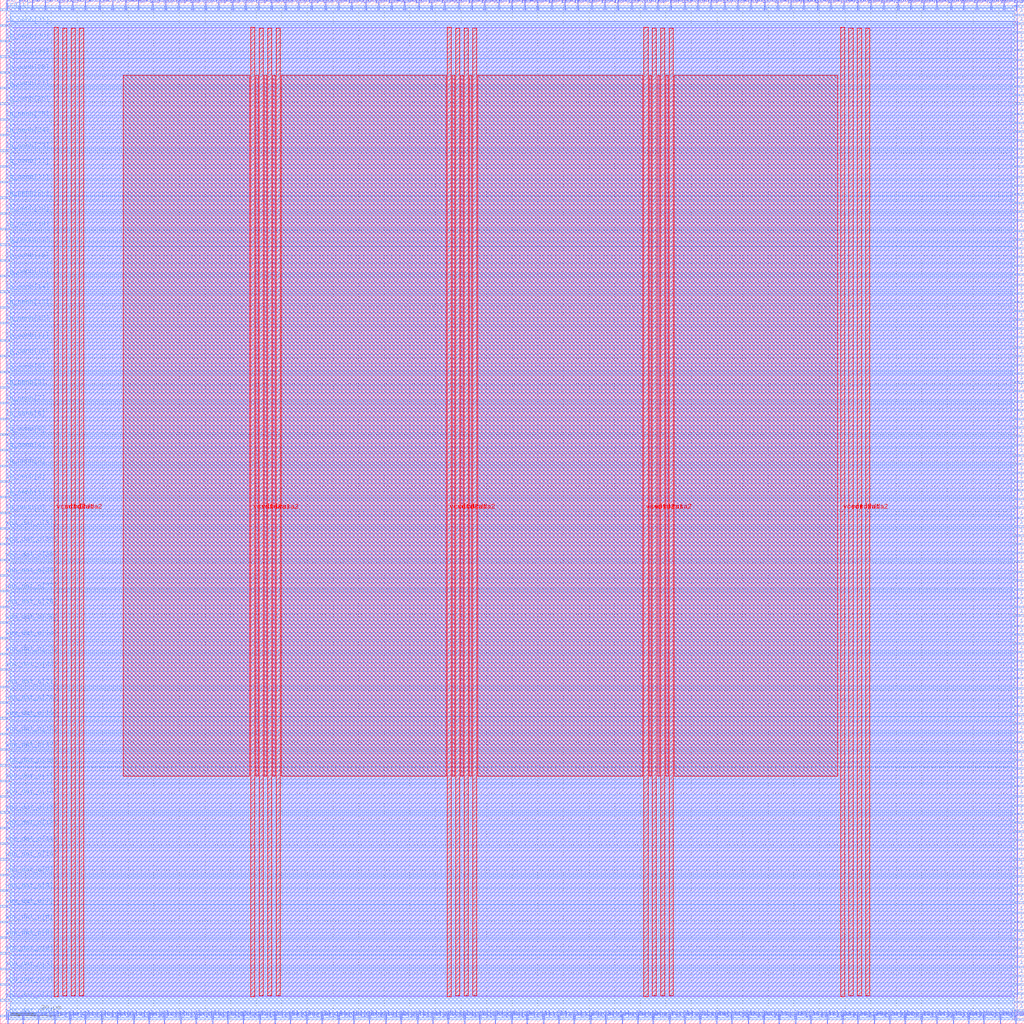
<source format=lef>
VERSION 5.7 ;
  NOWIREEXTENSIONATPIN ON ;
  DIVIDERCHAR "/" ;
  BUSBITCHARS "[]" ;
MACRO wrapped_qarma
  CLASS BLOCK ;
  FOREIGN wrapped_qarma ;
  ORIGIN 0.000 0.000 ;
  SIZE 400.000 BY 400.000 ;
  PIN active
    DIRECTION INPUT ;
    USE SIGNAL ;
    PORT
      LAYER met2 ;
        RECT 33.210 396.000 33.490 400.000 ;
    END
  END active
  PIN io_in[0]
    DIRECTION INPUT ;
    USE SIGNAL ;
    PORT
      LAYER met3 ;
        RECT 396.000 1.400 400.000 2.000 ;
    END
  END io_in[0]
  PIN io_in[10]
    DIRECTION INPUT ;
    USE SIGNAL ;
    PORT
      LAYER met3 ;
        RECT 396.000 106.120 400.000 106.720 ;
    END
  END io_in[10]
  PIN io_in[11]
    DIRECTION INPUT ;
    USE SIGNAL ;
    PORT
      LAYER met3 ;
        RECT 396.000 117.000 400.000 117.600 ;
    END
  END io_in[11]
  PIN io_in[12]
    DIRECTION INPUT ;
    USE SIGNAL ;
    PORT
      LAYER met3 ;
        RECT 396.000 127.200 400.000 127.800 ;
    END
  END io_in[12]
  PIN io_in[13]
    DIRECTION INPUT ;
    USE SIGNAL ;
    PORT
      LAYER met3 ;
        RECT 396.000 138.080 400.000 138.680 ;
    END
  END io_in[13]
  PIN io_in[14]
    DIRECTION INPUT ;
    USE SIGNAL ;
    PORT
      LAYER met3 ;
        RECT 396.000 148.280 400.000 148.880 ;
    END
  END io_in[14]
  PIN io_in[15]
    DIRECTION INPUT ;
    USE SIGNAL ;
    PORT
      LAYER met3 ;
        RECT 396.000 159.160 400.000 159.760 ;
    END
  END io_in[15]
  PIN io_in[16]
    DIRECTION INPUT ;
    USE SIGNAL ;
    PORT
      LAYER met3 ;
        RECT 396.000 169.360 400.000 169.960 ;
    END
  END io_in[16]
  PIN io_in[17]
    DIRECTION INPUT ;
    USE SIGNAL ;
    PORT
      LAYER met3 ;
        RECT 396.000 180.240 400.000 180.840 ;
    END
  END io_in[17]
  PIN io_in[18]
    DIRECTION INPUT ;
    USE SIGNAL ;
    PORT
      LAYER met3 ;
        RECT 396.000 190.440 400.000 191.040 ;
    END
  END io_in[18]
  PIN io_in[19]
    DIRECTION INPUT ;
    USE SIGNAL ;
    PORT
      LAYER met3 ;
        RECT 396.000 201.320 400.000 201.920 ;
    END
  END io_in[19]
  PIN io_in[1]
    DIRECTION INPUT ;
    USE SIGNAL ;
    PORT
      LAYER met3 ;
        RECT 396.000 11.600 400.000 12.200 ;
    END
  END io_in[1]
  PIN io_in[20]
    DIRECTION INPUT ;
    USE SIGNAL ;
    PORT
      LAYER met3 ;
        RECT 396.000 211.520 400.000 212.120 ;
    END
  END io_in[20]
  PIN io_in[21]
    DIRECTION INPUT ;
    USE SIGNAL ;
    PORT
      LAYER met3 ;
        RECT 396.000 221.720 400.000 222.320 ;
    END
  END io_in[21]
  PIN io_in[22]
    DIRECTION INPUT ;
    USE SIGNAL ;
    PORT
      LAYER met3 ;
        RECT 396.000 232.600 400.000 233.200 ;
    END
  END io_in[22]
  PIN io_in[23]
    DIRECTION INPUT ;
    USE SIGNAL ;
    PORT
      LAYER met3 ;
        RECT 396.000 242.800 400.000 243.400 ;
    END
  END io_in[23]
  PIN io_in[24]
    DIRECTION INPUT ;
    USE SIGNAL ;
    PORT
      LAYER met3 ;
        RECT 396.000 253.680 400.000 254.280 ;
    END
  END io_in[24]
  PIN io_in[25]
    DIRECTION INPUT ;
    USE SIGNAL ;
    PORT
      LAYER met3 ;
        RECT 396.000 263.880 400.000 264.480 ;
    END
  END io_in[25]
  PIN io_in[26]
    DIRECTION INPUT ;
    USE SIGNAL ;
    PORT
      LAYER met3 ;
        RECT 396.000 274.760 400.000 275.360 ;
    END
  END io_in[26]
  PIN io_in[27]
    DIRECTION INPUT ;
    USE SIGNAL ;
    PORT
      LAYER met3 ;
        RECT 396.000 284.960 400.000 285.560 ;
    END
  END io_in[27]
  PIN io_in[28]
    DIRECTION INPUT ;
    USE SIGNAL ;
    PORT
      LAYER met3 ;
        RECT 396.000 295.840 400.000 296.440 ;
    END
  END io_in[28]
  PIN io_in[29]
    DIRECTION INPUT ;
    USE SIGNAL ;
    PORT
      LAYER met3 ;
        RECT 396.000 306.040 400.000 306.640 ;
    END
  END io_in[29]
  PIN io_in[2]
    DIRECTION INPUT ;
    USE SIGNAL ;
    PORT
      LAYER met3 ;
        RECT 396.000 21.800 400.000 22.400 ;
    END
  END io_in[2]
  PIN io_in[30]
    DIRECTION INPUT ;
    USE SIGNAL ;
    PORT
      LAYER met3 ;
        RECT 396.000 316.920 400.000 317.520 ;
    END
  END io_in[30]
  PIN io_in[31]
    DIRECTION INPUT ;
    USE SIGNAL ;
    PORT
      LAYER met3 ;
        RECT 396.000 327.120 400.000 327.720 ;
    END
  END io_in[31]
  PIN io_in[32]
    DIRECTION INPUT ;
    USE SIGNAL ;
    PORT
      LAYER met3 ;
        RECT 396.000 338.000 400.000 338.600 ;
    END
  END io_in[32]
  PIN io_in[33]
    DIRECTION INPUT ;
    USE SIGNAL ;
    PORT
      LAYER met3 ;
        RECT 396.000 348.200 400.000 348.800 ;
    END
  END io_in[33]
  PIN io_in[34]
    DIRECTION INPUT ;
    USE SIGNAL ;
    PORT
      LAYER met3 ;
        RECT 396.000 359.080 400.000 359.680 ;
    END
  END io_in[34]
  PIN io_in[35]
    DIRECTION INPUT ;
    USE SIGNAL ;
    PORT
      LAYER met3 ;
        RECT 396.000 369.280 400.000 369.880 ;
    END
  END io_in[35]
  PIN io_in[36]
    DIRECTION INPUT ;
    USE SIGNAL ;
    PORT
      LAYER met3 ;
        RECT 396.000 380.160 400.000 380.760 ;
    END
  END io_in[36]
  PIN io_in[37]
    DIRECTION INPUT ;
    USE SIGNAL ;
    PORT
      LAYER met3 ;
        RECT 396.000 390.360 400.000 390.960 ;
    END
  END io_in[37]
  PIN io_in[3]
    DIRECTION INPUT ;
    USE SIGNAL ;
    PORT
      LAYER met3 ;
        RECT 396.000 32.680 400.000 33.280 ;
    END
  END io_in[3]
  PIN io_in[4]
    DIRECTION INPUT ;
    USE SIGNAL ;
    PORT
      LAYER met3 ;
        RECT 396.000 42.880 400.000 43.480 ;
    END
  END io_in[4]
  PIN io_in[5]
    DIRECTION INPUT ;
    USE SIGNAL ;
    PORT
      LAYER met3 ;
        RECT 396.000 53.760 400.000 54.360 ;
    END
  END io_in[5]
  PIN io_in[6]
    DIRECTION INPUT ;
    USE SIGNAL ;
    PORT
      LAYER met3 ;
        RECT 396.000 63.960 400.000 64.560 ;
    END
  END io_in[6]
  PIN io_in[7]
    DIRECTION INPUT ;
    USE SIGNAL ;
    PORT
      LAYER met3 ;
        RECT 396.000 74.840 400.000 75.440 ;
    END
  END io_in[7]
  PIN io_in[8]
    DIRECTION INPUT ;
    USE SIGNAL ;
    PORT
      LAYER met3 ;
        RECT 396.000 85.040 400.000 85.640 ;
    END
  END io_in[8]
  PIN io_in[9]
    DIRECTION INPUT ;
    USE SIGNAL ;
    PORT
      LAYER met3 ;
        RECT 396.000 95.920 400.000 96.520 ;
    END
  END io_in[9]
  PIN io_oeb[0]
    DIRECTION OUTPUT TRISTATE ;
    USE SIGNAL ;
    PORT
      LAYER met3 ;
        RECT 396.000 8.200 400.000 8.800 ;
    END
  END io_oeb[0]
  PIN io_oeb[10]
    DIRECTION OUTPUT TRISTATE ;
    USE SIGNAL ;
    PORT
      LAYER met3 ;
        RECT 396.000 113.600 400.000 114.200 ;
    END
  END io_oeb[10]
  PIN io_oeb[11]
    DIRECTION OUTPUT TRISTATE ;
    USE SIGNAL ;
    PORT
      LAYER met3 ;
        RECT 396.000 123.800 400.000 124.400 ;
    END
  END io_oeb[11]
  PIN io_oeb[12]
    DIRECTION OUTPUT TRISTATE ;
    USE SIGNAL ;
    PORT
      LAYER met3 ;
        RECT 396.000 134.680 400.000 135.280 ;
    END
  END io_oeb[12]
  PIN io_oeb[13]
    DIRECTION OUTPUT TRISTATE ;
    USE SIGNAL ;
    PORT
      LAYER met3 ;
        RECT 396.000 144.880 400.000 145.480 ;
    END
  END io_oeb[13]
  PIN io_oeb[14]
    DIRECTION OUTPUT TRISTATE ;
    USE SIGNAL ;
    PORT
      LAYER met3 ;
        RECT 396.000 155.080 400.000 155.680 ;
    END
  END io_oeb[14]
  PIN io_oeb[15]
    DIRECTION OUTPUT TRISTATE ;
    USE SIGNAL ;
    PORT
      LAYER met3 ;
        RECT 396.000 165.960 400.000 166.560 ;
    END
  END io_oeb[15]
  PIN io_oeb[16]
    DIRECTION OUTPUT TRISTATE ;
    USE SIGNAL ;
    PORT
      LAYER met3 ;
        RECT 396.000 176.160 400.000 176.760 ;
    END
  END io_oeb[16]
  PIN io_oeb[17]
    DIRECTION OUTPUT TRISTATE ;
    USE SIGNAL ;
    PORT
      LAYER met3 ;
        RECT 396.000 187.040 400.000 187.640 ;
    END
  END io_oeb[17]
  PIN io_oeb[18]
    DIRECTION OUTPUT TRISTATE ;
    USE SIGNAL ;
    PORT
      LAYER met3 ;
        RECT 396.000 197.240 400.000 197.840 ;
    END
  END io_oeb[18]
  PIN io_oeb[19]
    DIRECTION OUTPUT TRISTATE ;
    USE SIGNAL ;
    PORT
      LAYER met3 ;
        RECT 396.000 208.120 400.000 208.720 ;
    END
  END io_oeb[19]
  PIN io_oeb[1]
    DIRECTION OUTPUT TRISTATE ;
    USE SIGNAL ;
    PORT
      LAYER met3 ;
        RECT 396.000 18.400 400.000 19.000 ;
    END
  END io_oeb[1]
  PIN io_oeb[20]
    DIRECTION OUTPUT TRISTATE ;
    USE SIGNAL ;
    PORT
      LAYER met3 ;
        RECT 396.000 218.320 400.000 218.920 ;
    END
  END io_oeb[20]
  PIN io_oeb[21]
    DIRECTION OUTPUT TRISTATE ;
    USE SIGNAL ;
    PORT
      LAYER met3 ;
        RECT 396.000 229.200 400.000 229.800 ;
    END
  END io_oeb[21]
  PIN io_oeb[22]
    DIRECTION OUTPUT TRISTATE ;
    USE SIGNAL ;
    PORT
      LAYER met3 ;
        RECT 396.000 239.400 400.000 240.000 ;
    END
  END io_oeb[22]
  PIN io_oeb[23]
    DIRECTION OUTPUT TRISTATE ;
    USE SIGNAL ;
    PORT
      LAYER met3 ;
        RECT 396.000 250.280 400.000 250.880 ;
    END
  END io_oeb[23]
  PIN io_oeb[24]
    DIRECTION OUTPUT TRISTATE ;
    USE SIGNAL ;
    PORT
      LAYER met3 ;
        RECT 396.000 260.480 400.000 261.080 ;
    END
  END io_oeb[24]
  PIN io_oeb[25]
    DIRECTION OUTPUT TRISTATE ;
    USE SIGNAL ;
    PORT
      LAYER met3 ;
        RECT 396.000 271.360 400.000 271.960 ;
    END
  END io_oeb[25]
  PIN io_oeb[26]
    DIRECTION OUTPUT TRISTATE ;
    USE SIGNAL ;
    PORT
      LAYER met3 ;
        RECT 396.000 281.560 400.000 282.160 ;
    END
  END io_oeb[26]
  PIN io_oeb[27]
    DIRECTION OUTPUT TRISTATE ;
    USE SIGNAL ;
    PORT
      LAYER met3 ;
        RECT 396.000 292.440 400.000 293.040 ;
    END
  END io_oeb[27]
  PIN io_oeb[28]
    DIRECTION OUTPUT TRISTATE ;
    USE SIGNAL ;
    PORT
      LAYER met3 ;
        RECT 396.000 302.640 400.000 303.240 ;
    END
  END io_oeb[28]
  PIN io_oeb[29]
    DIRECTION OUTPUT TRISTATE ;
    USE SIGNAL ;
    PORT
      LAYER met3 ;
        RECT 396.000 313.520 400.000 314.120 ;
    END
  END io_oeb[29]
  PIN io_oeb[2]
    DIRECTION OUTPUT TRISTATE ;
    USE SIGNAL ;
    PORT
      LAYER met3 ;
        RECT 396.000 29.280 400.000 29.880 ;
    END
  END io_oeb[2]
  PIN io_oeb[30]
    DIRECTION OUTPUT TRISTATE ;
    USE SIGNAL ;
    PORT
      LAYER met3 ;
        RECT 396.000 323.720 400.000 324.320 ;
    END
  END io_oeb[30]
  PIN io_oeb[31]
    DIRECTION OUTPUT TRISTATE ;
    USE SIGNAL ;
    PORT
      LAYER met3 ;
        RECT 396.000 334.600 400.000 335.200 ;
    END
  END io_oeb[31]
  PIN io_oeb[32]
    DIRECTION OUTPUT TRISTATE ;
    USE SIGNAL ;
    PORT
      LAYER met3 ;
        RECT 396.000 344.800 400.000 345.400 ;
    END
  END io_oeb[32]
  PIN io_oeb[33]
    DIRECTION OUTPUT TRISTATE ;
    USE SIGNAL ;
    PORT
      LAYER met3 ;
        RECT 396.000 355.000 400.000 355.600 ;
    END
  END io_oeb[33]
  PIN io_oeb[34]
    DIRECTION OUTPUT TRISTATE ;
    USE SIGNAL ;
    PORT
      LAYER met3 ;
        RECT 396.000 365.880 400.000 366.480 ;
    END
  END io_oeb[34]
  PIN io_oeb[35]
    DIRECTION OUTPUT TRISTATE ;
    USE SIGNAL ;
    PORT
      LAYER met3 ;
        RECT 396.000 376.080 400.000 376.680 ;
    END
  END io_oeb[35]
  PIN io_oeb[36]
    DIRECTION OUTPUT TRISTATE ;
    USE SIGNAL ;
    PORT
      LAYER met3 ;
        RECT 396.000 386.960 400.000 387.560 ;
    END
  END io_oeb[36]
  PIN io_oeb[37]
    DIRECTION OUTPUT TRISTATE ;
    USE SIGNAL ;
    PORT
      LAYER met3 ;
        RECT 396.000 397.160 400.000 397.760 ;
    END
  END io_oeb[37]
  PIN io_oeb[3]
    DIRECTION OUTPUT TRISTATE ;
    USE SIGNAL ;
    PORT
      LAYER met3 ;
        RECT 396.000 39.480 400.000 40.080 ;
    END
  END io_oeb[3]
  PIN io_oeb[4]
    DIRECTION OUTPUT TRISTATE ;
    USE SIGNAL ;
    PORT
      LAYER met3 ;
        RECT 396.000 50.360 400.000 50.960 ;
    END
  END io_oeb[4]
  PIN io_oeb[5]
    DIRECTION OUTPUT TRISTATE ;
    USE SIGNAL ;
    PORT
      LAYER met3 ;
        RECT 396.000 60.560 400.000 61.160 ;
    END
  END io_oeb[5]
  PIN io_oeb[6]
    DIRECTION OUTPUT TRISTATE ;
    USE SIGNAL ;
    PORT
      LAYER met3 ;
        RECT 396.000 71.440 400.000 72.040 ;
    END
  END io_oeb[6]
  PIN io_oeb[7]
    DIRECTION OUTPUT TRISTATE ;
    USE SIGNAL ;
    PORT
      LAYER met3 ;
        RECT 396.000 81.640 400.000 82.240 ;
    END
  END io_oeb[7]
  PIN io_oeb[8]
    DIRECTION OUTPUT TRISTATE ;
    USE SIGNAL ;
    PORT
      LAYER met3 ;
        RECT 396.000 92.520 400.000 93.120 ;
    END
  END io_oeb[8]
  PIN io_oeb[9]
    DIRECTION OUTPUT TRISTATE ;
    USE SIGNAL ;
    PORT
      LAYER met3 ;
        RECT 396.000 102.720 400.000 103.320 ;
    END
  END io_oeb[9]
  PIN io_out[0]
    DIRECTION OUTPUT TRISTATE ;
    USE SIGNAL ;
    PORT
      LAYER met3 ;
        RECT 396.000 4.800 400.000 5.400 ;
    END
  END io_out[0]
  PIN io_out[10]
    DIRECTION OUTPUT TRISTATE ;
    USE SIGNAL ;
    PORT
      LAYER met3 ;
        RECT 396.000 109.520 400.000 110.120 ;
    END
  END io_out[10]
  PIN io_out[11]
    DIRECTION OUTPUT TRISTATE ;
    USE SIGNAL ;
    PORT
      LAYER met3 ;
        RECT 396.000 120.400 400.000 121.000 ;
    END
  END io_out[11]
  PIN io_out[12]
    DIRECTION OUTPUT TRISTATE ;
    USE SIGNAL ;
    PORT
      LAYER met3 ;
        RECT 396.000 130.600 400.000 131.200 ;
    END
  END io_out[12]
  PIN io_out[13]
    DIRECTION OUTPUT TRISTATE ;
    USE SIGNAL ;
    PORT
      LAYER met3 ;
        RECT 396.000 141.480 400.000 142.080 ;
    END
  END io_out[13]
  PIN io_out[14]
    DIRECTION OUTPUT TRISTATE ;
    USE SIGNAL ;
    PORT
      LAYER met3 ;
        RECT 396.000 151.680 400.000 152.280 ;
    END
  END io_out[14]
  PIN io_out[15]
    DIRECTION OUTPUT TRISTATE ;
    USE SIGNAL ;
    PORT
      LAYER met3 ;
        RECT 396.000 162.560 400.000 163.160 ;
    END
  END io_out[15]
  PIN io_out[16]
    DIRECTION OUTPUT TRISTATE ;
    USE SIGNAL ;
    PORT
      LAYER met3 ;
        RECT 396.000 172.760 400.000 173.360 ;
    END
  END io_out[16]
  PIN io_out[17]
    DIRECTION OUTPUT TRISTATE ;
    USE SIGNAL ;
    PORT
      LAYER met3 ;
        RECT 396.000 183.640 400.000 184.240 ;
    END
  END io_out[17]
  PIN io_out[18]
    DIRECTION OUTPUT TRISTATE ;
    USE SIGNAL ;
    PORT
      LAYER met3 ;
        RECT 396.000 193.840 400.000 194.440 ;
    END
  END io_out[18]
  PIN io_out[19]
    DIRECTION OUTPUT TRISTATE ;
    USE SIGNAL ;
    PORT
      LAYER met3 ;
        RECT 396.000 204.720 400.000 205.320 ;
    END
  END io_out[19]
  PIN io_out[1]
    DIRECTION OUTPUT TRISTATE ;
    USE SIGNAL ;
    PORT
      LAYER met3 ;
        RECT 396.000 15.000 400.000 15.600 ;
    END
  END io_out[1]
  PIN io_out[20]
    DIRECTION OUTPUT TRISTATE ;
    USE SIGNAL ;
    PORT
      LAYER met3 ;
        RECT 396.000 214.920 400.000 215.520 ;
    END
  END io_out[20]
  PIN io_out[21]
    DIRECTION OUTPUT TRISTATE ;
    USE SIGNAL ;
    PORT
      LAYER met3 ;
        RECT 396.000 225.800 400.000 226.400 ;
    END
  END io_out[21]
  PIN io_out[22]
    DIRECTION OUTPUT TRISTATE ;
    USE SIGNAL ;
    PORT
      LAYER met3 ;
        RECT 396.000 236.000 400.000 236.600 ;
    END
  END io_out[22]
  PIN io_out[23]
    DIRECTION OUTPUT TRISTATE ;
    USE SIGNAL ;
    PORT
      LAYER met3 ;
        RECT 396.000 246.880 400.000 247.480 ;
    END
  END io_out[23]
  PIN io_out[24]
    DIRECTION OUTPUT TRISTATE ;
    USE SIGNAL ;
    PORT
      LAYER met3 ;
        RECT 396.000 257.080 400.000 257.680 ;
    END
  END io_out[24]
  PIN io_out[25]
    DIRECTION OUTPUT TRISTATE ;
    USE SIGNAL ;
    PORT
      LAYER met3 ;
        RECT 396.000 267.960 400.000 268.560 ;
    END
  END io_out[25]
  PIN io_out[26]
    DIRECTION OUTPUT TRISTATE ;
    USE SIGNAL ;
    PORT
      LAYER met3 ;
        RECT 396.000 278.160 400.000 278.760 ;
    END
  END io_out[26]
  PIN io_out[27]
    DIRECTION OUTPUT TRISTATE ;
    USE SIGNAL ;
    PORT
      LAYER met3 ;
        RECT 396.000 288.360 400.000 288.960 ;
    END
  END io_out[27]
  PIN io_out[28]
    DIRECTION OUTPUT TRISTATE ;
    USE SIGNAL ;
    PORT
      LAYER met3 ;
        RECT 396.000 299.240 400.000 299.840 ;
    END
  END io_out[28]
  PIN io_out[29]
    DIRECTION OUTPUT TRISTATE ;
    USE SIGNAL ;
    PORT
      LAYER met3 ;
        RECT 396.000 309.440 400.000 310.040 ;
    END
  END io_out[29]
  PIN io_out[2]
    DIRECTION OUTPUT TRISTATE ;
    USE SIGNAL ;
    PORT
      LAYER met3 ;
        RECT 396.000 25.880 400.000 26.480 ;
    END
  END io_out[2]
  PIN io_out[30]
    DIRECTION OUTPUT TRISTATE ;
    USE SIGNAL ;
    PORT
      LAYER met3 ;
        RECT 396.000 320.320 400.000 320.920 ;
    END
  END io_out[30]
  PIN io_out[31]
    DIRECTION OUTPUT TRISTATE ;
    USE SIGNAL ;
    PORT
      LAYER met3 ;
        RECT 396.000 330.520 400.000 331.120 ;
    END
  END io_out[31]
  PIN io_out[32]
    DIRECTION OUTPUT TRISTATE ;
    USE SIGNAL ;
    PORT
      LAYER met3 ;
        RECT 396.000 341.400 400.000 342.000 ;
    END
  END io_out[32]
  PIN io_out[33]
    DIRECTION OUTPUT TRISTATE ;
    USE SIGNAL ;
    PORT
      LAYER met3 ;
        RECT 396.000 351.600 400.000 352.200 ;
    END
  END io_out[33]
  PIN io_out[34]
    DIRECTION OUTPUT TRISTATE ;
    USE SIGNAL ;
    PORT
      LAYER met3 ;
        RECT 396.000 362.480 400.000 363.080 ;
    END
  END io_out[34]
  PIN io_out[35]
    DIRECTION OUTPUT TRISTATE ;
    USE SIGNAL ;
    PORT
      LAYER met3 ;
        RECT 396.000 372.680 400.000 373.280 ;
    END
  END io_out[35]
  PIN io_out[36]
    DIRECTION OUTPUT TRISTATE ;
    USE SIGNAL ;
    PORT
      LAYER met3 ;
        RECT 396.000 383.560 400.000 384.160 ;
    END
  END io_out[36]
  PIN io_out[37]
    DIRECTION OUTPUT TRISTATE ;
    USE SIGNAL ;
    PORT
      LAYER met3 ;
        RECT 396.000 393.760 400.000 394.360 ;
    END
  END io_out[37]
  PIN io_out[3]
    DIRECTION OUTPUT TRISTATE ;
    USE SIGNAL ;
    PORT
      LAYER met3 ;
        RECT 396.000 36.080 400.000 36.680 ;
    END
  END io_out[3]
  PIN io_out[4]
    DIRECTION OUTPUT TRISTATE ;
    USE SIGNAL ;
    PORT
      LAYER met3 ;
        RECT 396.000 46.960 400.000 47.560 ;
    END
  END io_out[4]
  PIN io_out[5]
    DIRECTION OUTPUT TRISTATE ;
    USE SIGNAL ;
    PORT
      LAYER met3 ;
        RECT 396.000 57.160 400.000 57.760 ;
    END
  END io_out[5]
  PIN io_out[6]
    DIRECTION OUTPUT TRISTATE ;
    USE SIGNAL ;
    PORT
      LAYER met3 ;
        RECT 396.000 68.040 400.000 68.640 ;
    END
  END io_out[6]
  PIN io_out[7]
    DIRECTION OUTPUT TRISTATE ;
    USE SIGNAL ;
    PORT
      LAYER met3 ;
        RECT 396.000 78.240 400.000 78.840 ;
    END
  END io_out[7]
  PIN io_out[8]
    DIRECTION OUTPUT TRISTATE ;
    USE SIGNAL ;
    PORT
      LAYER met3 ;
        RECT 396.000 88.440 400.000 89.040 ;
    END
  END io_out[8]
  PIN io_out[9]
    DIRECTION OUTPUT TRISTATE ;
    USE SIGNAL ;
    PORT
      LAYER met3 ;
        RECT 396.000 99.320 400.000 99.920 ;
    END
  END io_out[9]
  PIN irq[0]
    DIRECTION OUTPUT TRISTATE ;
    USE SIGNAL ;
    PORT
      LAYER met2 ;
        RECT 396.610 0.000 396.890 4.000 ;
    END
  END irq[0]
  PIN irq[1]
    DIRECTION OUTPUT TRISTATE ;
    USE SIGNAL ;
    PORT
      LAYER met3 ;
        RECT 0.000 395.800 4.000 396.400 ;
    END
  END irq[1]
  PIN irq[2]
    DIRECTION OUTPUT TRISTATE ;
    USE SIGNAL ;
    PORT
      LAYER met2 ;
        RECT 397.070 396.000 397.350 400.000 ;
    END
  END irq[2]
  PIN la_data_in[0]
    DIRECTION INPUT ;
    USE SIGNAL ;
    PORT
      LAYER met2 ;
        RECT 2.850 0.000 3.130 4.000 ;
    END
  END la_data_in[0]
  PIN la_data_in[10]
    DIRECTION INPUT ;
    USE SIGNAL ;
    PORT
      LAYER met2 ;
        RECT 64.030 0.000 64.310 4.000 ;
    END
  END la_data_in[10]
  PIN la_data_in[11]
    DIRECTION INPUT ;
    USE SIGNAL ;
    PORT
      LAYER met2 ;
        RECT 70.470 0.000 70.750 4.000 ;
    END
  END la_data_in[11]
  PIN la_data_in[12]
    DIRECTION INPUT ;
    USE SIGNAL ;
    PORT
      LAYER met2 ;
        RECT 76.450 0.000 76.730 4.000 ;
    END
  END la_data_in[12]
  PIN la_data_in[13]
    DIRECTION INPUT ;
    USE SIGNAL ;
    PORT
      LAYER met2 ;
        RECT 82.890 0.000 83.170 4.000 ;
    END
  END la_data_in[13]
  PIN la_data_in[14]
    DIRECTION INPUT ;
    USE SIGNAL ;
    PORT
      LAYER met2 ;
        RECT 88.870 0.000 89.150 4.000 ;
    END
  END la_data_in[14]
  PIN la_data_in[15]
    DIRECTION INPUT ;
    USE SIGNAL ;
    PORT
      LAYER met2 ;
        RECT 94.850 0.000 95.130 4.000 ;
    END
  END la_data_in[15]
  PIN la_data_in[16]
    DIRECTION INPUT ;
    USE SIGNAL ;
    PORT
      LAYER met2 ;
        RECT 101.290 0.000 101.570 4.000 ;
    END
  END la_data_in[16]
  PIN la_data_in[17]
    DIRECTION INPUT ;
    USE SIGNAL ;
    PORT
      LAYER met2 ;
        RECT 107.270 0.000 107.550 4.000 ;
    END
  END la_data_in[17]
  PIN la_data_in[18]
    DIRECTION INPUT ;
    USE SIGNAL ;
    PORT
      LAYER met2 ;
        RECT 113.250 0.000 113.530 4.000 ;
    END
  END la_data_in[18]
  PIN la_data_in[19]
    DIRECTION INPUT ;
    USE SIGNAL ;
    PORT
      LAYER met2 ;
        RECT 119.690 0.000 119.970 4.000 ;
    END
  END la_data_in[19]
  PIN la_data_in[1]
    DIRECTION INPUT ;
    USE SIGNAL ;
    PORT
      LAYER met2 ;
        RECT 8.830 0.000 9.110 4.000 ;
    END
  END la_data_in[1]
  PIN la_data_in[20]
    DIRECTION INPUT ;
    USE SIGNAL ;
    PORT
      LAYER met2 ;
        RECT 125.670 0.000 125.950 4.000 ;
    END
  END la_data_in[20]
  PIN la_data_in[21]
    DIRECTION INPUT ;
    USE SIGNAL ;
    PORT
      LAYER met2 ;
        RECT 132.110 0.000 132.390 4.000 ;
    END
  END la_data_in[21]
  PIN la_data_in[22]
    DIRECTION INPUT ;
    USE SIGNAL ;
    PORT
      LAYER met2 ;
        RECT 138.090 0.000 138.370 4.000 ;
    END
  END la_data_in[22]
  PIN la_data_in[23]
    DIRECTION INPUT ;
    USE SIGNAL ;
    PORT
      LAYER met2 ;
        RECT 144.070 0.000 144.350 4.000 ;
    END
  END la_data_in[23]
  PIN la_data_in[24]
    DIRECTION INPUT ;
    USE SIGNAL ;
    PORT
      LAYER met2 ;
        RECT 150.510 0.000 150.790 4.000 ;
    END
  END la_data_in[24]
  PIN la_data_in[25]
    DIRECTION INPUT ;
    USE SIGNAL ;
    PORT
      LAYER met2 ;
        RECT 156.490 0.000 156.770 4.000 ;
    END
  END la_data_in[25]
  PIN la_data_in[26]
    DIRECTION INPUT ;
    USE SIGNAL ;
    PORT
      LAYER met2 ;
        RECT 162.930 0.000 163.210 4.000 ;
    END
  END la_data_in[26]
  PIN la_data_in[27]
    DIRECTION INPUT ;
    USE SIGNAL ;
    PORT
      LAYER met2 ;
        RECT 168.910 0.000 169.190 4.000 ;
    END
  END la_data_in[27]
  PIN la_data_in[28]
    DIRECTION INPUT ;
    USE SIGNAL ;
    PORT
      LAYER met2 ;
        RECT 174.890 0.000 175.170 4.000 ;
    END
  END la_data_in[28]
  PIN la_data_in[29]
    DIRECTION INPUT ;
    USE SIGNAL ;
    PORT
      LAYER met2 ;
        RECT 181.330 0.000 181.610 4.000 ;
    END
  END la_data_in[29]
  PIN la_data_in[2]
    DIRECTION INPUT ;
    USE SIGNAL ;
    PORT
      LAYER met2 ;
        RECT 14.810 0.000 15.090 4.000 ;
    END
  END la_data_in[2]
  PIN la_data_in[30]
    DIRECTION INPUT ;
    USE SIGNAL ;
    PORT
      LAYER met2 ;
        RECT 187.310 0.000 187.590 4.000 ;
    END
  END la_data_in[30]
  PIN la_data_in[31]
    DIRECTION INPUT ;
    USE SIGNAL ;
    PORT
      LAYER met2 ;
        RECT 193.290 0.000 193.570 4.000 ;
    END
  END la_data_in[31]
  PIN la_data_in[3]
    DIRECTION INPUT ;
    USE SIGNAL ;
    PORT
      LAYER met2 ;
        RECT 21.250 0.000 21.530 4.000 ;
    END
  END la_data_in[3]
  PIN la_data_in[4]
    DIRECTION INPUT ;
    USE SIGNAL ;
    PORT
      LAYER met2 ;
        RECT 27.230 0.000 27.510 4.000 ;
    END
  END la_data_in[4]
  PIN la_data_in[5]
    DIRECTION INPUT ;
    USE SIGNAL ;
    PORT
      LAYER met2 ;
        RECT 33.210 0.000 33.490 4.000 ;
    END
  END la_data_in[5]
  PIN la_data_in[6]
    DIRECTION INPUT ;
    USE SIGNAL ;
    PORT
      LAYER met2 ;
        RECT 39.650 0.000 39.930 4.000 ;
    END
  END la_data_in[6]
  PIN la_data_in[7]
    DIRECTION INPUT ;
    USE SIGNAL ;
    PORT
      LAYER met2 ;
        RECT 45.630 0.000 45.910 4.000 ;
    END
  END la_data_in[7]
  PIN la_data_in[8]
    DIRECTION INPUT ;
    USE SIGNAL ;
    PORT
      LAYER met2 ;
        RECT 52.070 0.000 52.350 4.000 ;
    END
  END la_data_in[8]
  PIN la_data_in[9]
    DIRECTION INPUT ;
    USE SIGNAL ;
    PORT
      LAYER met2 ;
        RECT 58.050 0.000 58.330 4.000 ;
    END
  END la_data_in[9]
  PIN la_data_out[0]
    DIRECTION OUTPUT TRISTATE ;
    USE SIGNAL ;
    PORT
      LAYER met2 ;
        RECT 199.730 0.000 200.010 4.000 ;
    END
  END la_data_out[0]
  PIN la_data_out[10]
    DIRECTION OUTPUT TRISTATE ;
    USE SIGNAL ;
    PORT
      LAYER met2 ;
        RECT 261.370 0.000 261.650 4.000 ;
    END
  END la_data_out[10]
  PIN la_data_out[11]
    DIRECTION OUTPUT TRISTATE ;
    USE SIGNAL ;
    PORT
      LAYER met2 ;
        RECT 267.350 0.000 267.630 4.000 ;
    END
  END la_data_out[11]
  PIN la_data_out[12]
    DIRECTION OUTPUT TRISTATE ;
    USE SIGNAL ;
    PORT
      LAYER met2 ;
        RECT 273.330 0.000 273.610 4.000 ;
    END
  END la_data_out[12]
  PIN la_data_out[13]
    DIRECTION OUTPUT TRISTATE ;
    USE SIGNAL ;
    PORT
      LAYER met2 ;
        RECT 279.770 0.000 280.050 4.000 ;
    END
  END la_data_out[13]
  PIN la_data_out[14]
    DIRECTION OUTPUT TRISTATE ;
    USE SIGNAL ;
    PORT
      LAYER met2 ;
        RECT 285.750 0.000 286.030 4.000 ;
    END
  END la_data_out[14]
  PIN la_data_out[15]
    DIRECTION OUTPUT TRISTATE ;
    USE SIGNAL ;
    PORT
      LAYER met2 ;
        RECT 292.190 0.000 292.470 4.000 ;
    END
  END la_data_out[15]
  PIN la_data_out[16]
    DIRECTION OUTPUT TRISTATE ;
    USE SIGNAL ;
    PORT
      LAYER met2 ;
        RECT 298.170 0.000 298.450 4.000 ;
    END
  END la_data_out[16]
  PIN la_data_out[17]
    DIRECTION OUTPUT TRISTATE ;
    USE SIGNAL ;
    PORT
      LAYER met2 ;
        RECT 304.150 0.000 304.430 4.000 ;
    END
  END la_data_out[17]
  PIN la_data_out[18]
    DIRECTION OUTPUT TRISTATE ;
    USE SIGNAL ;
    PORT
      LAYER met2 ;
        RECT 310.590 0.000 310.870 4.000 ;
    END
  END la_data_out[18]
  PIN la_data_out[19]
    DIRECTION OUTPUT TRISTATE ;
    USE SIGNAL ;
    PORT
      LAYER met2 ;
        RECT 316.570 0.000 316.850 4.000 ;
    END
  END la_data_out[19]
  PIN la_data_out[1]
    DIRECTION OUTPUT TRISTATE ;
    USE SIGNAL ;
    PORT
      LAYER met2 ;
        RECT 205.710 0.000 205.990 4.000 ;
    END
  END la_data_out[1]
  PIN la_data_out[20]
    DIRECTION OUTPUT TRISTATE ;
    USE SIGNAL ;
    PORT
      LAYER met2 ;
        RECT 323.010 0.000 323.290 4.000 ;
    END
  END la_data_out[20]
  PIN la_data_out[21]
    DIRECTION OUTPUT TRISTATE ;
    USE SIGNAL ;
    PORT
      LAYER met2 ;
        RECT 328.990 0.000 329.270 4.000 ;
    END
  END la_data_out[21]
  PIN la_data_out[22]
    DIRECTION OUTPUT TRISTATE ;
    USE SIGNAL ;
    PORT
      LAYER met2 ;
        RECT 334.970 0.000 335.250 4.000 ;
    END
  END la_data_out[22]
  PIN la_data_out[23]
    DIRECTION OUTPUT TRISTATE ;
    USE SIGNAL ;
    PORT
      LAYER met2 ;
        RECT 341.410 0.000 341.690 4.000 ;
    END
  END la_data_out[23]
  PIN la_data_out[24]
    DIRECTION OUTPUT TRISTATE ;
    USE SIGNAL ;
    PORT
      LAYER met2 ;
        RECT 347.390 0.000 347.670 4.000 ;
    END
  END la_data_out[24]
  PIN la_data_out[25]
    DIRECTION OUTPUT TRISTATE ;
    USE SIGNAL ;
    PORT
      LAYER met2 ;
        RECT 353.370 0.000 353.650 4.000 ;
    END
  END la_data_out[25]
  PIN la_data_out[26]
    DIRECTION OUTPUT TRISTATE ;
    USE SIGNAL ;
    PORT
      LAYER met2 ;
        RECT 359.810 0.000 360.090 4.000 ;
    END
  END la_data_out[26]
  PIN la_data_out[27]
    DIRECTION OUTPUT TRISTATE ;
    USE SIGNAL ;
    PORT
      LAYER met2 ;
        RECT 365.790 0.000 366.070 4.000 ;
    END
  END la_data_out[27]
  PIN la_data_out[28]
    DIRECTION OUTPUT TRISTATE ;
    USE SIGNAL ;
    PORT
      LAYER met2 ;
        RECT 372.230 0.000 372.510 4.000 ;
    END
  END la_data_out[28]
  PIN la_data_out[29]
    DIRECTION OUTPUT TRISTATE ;
    USE SIGNAL ;
    PORT
      LAYER met2 ;
        RECT 378.210 0.000 378.490 4.000 ;
    END
  END la_data_out[29]
  PIN la_data_out[2]
    DIRECTION OUTPUT TRISTATE ;
    USE SIGNAL ;
    PORT
      LAYER met2 ;
        RECT 212.150 0.000 212.430 4.000 ;
    END
  END la_data_out[2]
  PIN la_data_out[30]
    DIRECTION OUTPUT TRISTATE ;
    USE SIGNAL ;
    PORT
      LAYER met2 ;
        RECT 384.190 0.000 384.470 4.000 ;
    END
  END la_data_out[30]
  PIN la_data_out[31]
    DIRECTION OUTPUT TRISTATE ;
    USE SIGNAL ;
    PORT
      LAYER met2 ;
        RECT 390.630 0.000 390.910 4.000 ;
    END
  END la_data_out[31]
  PIN la_data_out[3]
    DIRECTION OUTPUT TRISTATE ;
    USE SIGNAL ;
    PORT
      LAYER met2 ;
        RECT 218.130 0.000 218.410 4.000 ;
    END
  END la_data_out[3]
  PIN la_data_out[4]
    DIRECTION OUTPUT TRISTATE ;
    USE SIGNAL ;
    PORT
      LAYER met2 ;
        RECT 224.110 0.000 224.390 4.000 ;
    END
  END la_data_out[4]
  PIN la_data_out[5]
    DIRECTION OUTPUT TRISTATE ;
    USE SIGNAL ;
    PORT
      LAYER met2 ;
        RECT 230.550 0.000 230.830 4.000 ;
    END
  END la_data_out[5]
  PIN la_data_out[6]
    DIRECTION OUTPUT TRISTATE ;
    USE SIGNAL ;
    PORT
      LAYER met2 ;
        RECT 236.530 0.000 236.810 4.000 ;
    END
  END la_data_out[6]
  PIN la_data_out[7]
    DIRECTION OUTPUT TRISTATE ;
    USE SIGNAL ;
    PORT
      LAYER met2 ;
        RECT 242.970 0.000 243.250 4.000 ;
    END
  END la_data_out[7]
  PIN la_data_out[8]
    DIRECTION OUTPUT TRISTATE ;
    USE SIGNAL ;
    PORT
      LAYER met2 ;
        RECT 248.950 0.000 249.230 4.000 ;
    END
  END la_data_out[8]
  PIN la_data_out[9]
    DIRECTION OUTPUT TRISTATE ;
    USE SIGNAL ;
    PORT
      LAYER met2 ;
        RECT 254.930 0.000 255.210 4.000 ;
    END
  END la_data_out[9]
  PIN la_oenb[0]
    DIRECTION INPUT ;
    USE SIGNAL ;
    PORT
      LAYER met3 ;
        RECT 0.000 199.280 4.000 199.880 ;
    END
  END la_oenb[0]
  PIN la_oenb[10]
    DIRECTION INPUT ;
    USE SIGNAL ;
    PORT
      LAYER met3 ;
        RECT 0.000 260.480 4.000 261.080 ;
    END
  END la_oenb[10]
  PIN la_oenb[11]
    DIRECTION INPUT ;
    USE SIGNAL ;
    PORT
      LAYER met3 ;
        RECT 0.000 266.600 4.000 267.200 ;
    END
  END la_oenb[11]
  PIN la_oenb[12]
    DIRECTION INPUT ;
    USE SIGNAL ;
    PORT
      LAYER met3 ;
        RECT 0.000 273.400 4.000 274.000 ;
    END
  END la_oenb[12]
  PIN la_oenb[13]
    DIRECTION INPUT ;
    USE SIGNAL ;
    PORT
      LAYER met3 ;
        RECT 0.000 279.520 4.000 280.120 ;
    END
  END la_oenb[13]
  PIN la_oenb[14]
    DIRECTION INPUT ;
    USE SIGNAL ;
    PORT
      LAYER met3 ;
        RECT 0.000 285.640 4.000 286.240 ;
    END
  END la_oenb[14]
  PIN la_oenb[15]
    DIRECTION INPUT ;
    USE SIGNAL ;
    PORT
      LAYER met3 ;
        RECT 0.000 291.760 4.000 292.360 ;
    END
  END la_oenb[15]
  PIN la_oenb[16]
    DIRECTION INPUT ;
    USE SIGNAL ;
    PORT
      LAYER met3 ;
        RECT 0.000 297.880 4.000 298.480 ;
    END
  END la_oenb[16]
  PIN la_oenb[17]
    DIRECTION INPUT ;
    USE SIGNAL ;
    PORT
      LAYER met3 ;
        RECT 0.000 304.000 4.000 304.600 ;
    END
  END la_oenb[17]
  PIN la_oenb[18]
    DIRECTION INPUT ;
    USE SIGNAL ;
    PORT
      LAYER met3 ;
        RECT 0.000 310.120 4.000 310.720 ;
    END
  END la_oenb[18]
  PIN la_oenb[19]
    DIRECTION INPUT ;
    USE SIGNAL ;
    PORT
      LAYER met3 ;
        RECT 0.000 316.240 4.000 316.840 ;
    END
  END la_oenb[19]
  PIN la_oenb[1]
    DIRECTION INPUT ;
    USE SIGNAL ;
    PORT
      LAYER met3 ;
        RECT 0.000 205.400 4.000 206.000 ;
    END
  END la_oenb[1]
  PIN la_oenb[20]
    DIRECTION INPUT ;
    USE SIGNAL ;
    PORT
      LAYER met3 ;
        RECT 0.000 322.360 4.000 322.960 ;
    END
  END la_oenb[20]
  PIN la_oenb[21]
    DIRECTION INPUT ;
    USE SIGNAL ;
    PORT
      LAYER met3 ;
        RECT 0.000 328.480 4.000 329.080 ;
    END
  END la_oenb[21]
  PIN la_oenb[22]
    DIRECTION INPUT ;
    USE SIGNAL ;
    PORT
      LAYER met3 ;
        RECT 0.000 334.600 4.000 335.200 ;
    END
  END la_oenb[22]
  PIN la_oenb[23]
    DIRECTION INPUT ;
    USE SIGNAL ;
    PORT
      LAYER met3 ;
        RECT 0.000 340.720 4.000 341.320 ;
    END
  END la_oenb[23]
  PIN la_oenb[24]
    DIRECTION INPUT ;
    USE SIGNAL ;
    PORT
      LAYER met3 ;
        RECT 0.000 346.840 4.000 347.440 ;
    END
  END la_oenb[24]
  PIN la_oenb[25]
    DIRECTION INPUT ;
    USE SIGNAL ;
    PORT
      LAYER met3 ;
        RECT 0.000 352.960 4.000 353.560 ;
    END
  END la_oenb[25]
  PIN la_oenb[26]
    DIRECTION INPUT ;
    USE SIGNAL ;
    PORT
      LAYER met3 ;
        RECT 0.000 359.080 4.000 359.680 ;
    END
  END la_oenb[26]
  PIN la_oenb[27]
    DIRECTION INPUT ;
    USE SIGNAL ;
    PORT
      LAYER met3 ;
        RECT 0.000 365.200 4.000 365.800 ;
    END
  END la_oenb[27]
  PIN la_oenb[28]
    DIRECTION INPUT ;
    USE SIGNAL ;
    PORT
      LAYER met3 ;
        RECT 0.000 371.320 4.000 371.920 ;
    END
  END la_oenb[28]
  PIN la_oenb[29]
    DIRECTION INPUT ;
    USE SIGNAL ;
    PORT
      LAYER met3 ;
        RECT 0.000 377.440 4.000 378.040 ;
    END
  END la_oenb[29]
  PIN la_oenb[2]
    DIRECTION INPUT ;
    USE SIGNAL ;
    PORT
      LAYER met3 ;
        RECT 0.000 211.520 4.000 212.120 ;
    END
  END la_oenb[2]
  PIN la_oenb[30]
    DIRECTION INPUT ;
    USE SIGNAL ;
    PORT
      LAYER met3 ;
        RECT 0.000 383.560 4.000 384.160 ;
    END
  END la_oenb[30]
  PIN la_oenb[31]
    DIRECTION INPUT ;
    USE SIGNAL ;
    PORT
      LAYER met3 ;
        RECT 0.000 389.680 4.000 390.280 ;
    END
  END la_oenb[31]
  PIN la_oenb[3]
    DIRECTION INPUT ;
    USE SIGNAL ;
    PORT
      LAYER met3 ;
        RECT 0.000 217.640 4.000 218.240 ;
    END
  END la_oenb[3]
  PIN la_oenb[4]
    DIRECTION INPUT ;
    USE SIGNAL ;
    PORT
      LAYER met3 ;
        RECT 0.000 223.760 4.000 224.360 ;
    END
  END la_oenb[4]
  PIN la_oenb[5]
    DIRECTION INPUT ;
    USE SIGNAL ;
    PORT
      LAYER met3 ;
        RECT 0.000 229.880 4.000 230.480 ;
    END
  END la_oenb[5]
  PIN la_oenb[6]
    DIRECTION INPUT ;
    USE SIGNAL ;
    PORT
      LAYER met3 ;
        RECT 0.000 236.000 4.000 236.600 ;
    END
  END la_oenb[6]
  PIN la_oenb[7]
    DIRECTION INPUT ;
    USE SIGNAL ;
    PORT
      LAYER met3 ;
        RECT 0.000 242.120 4.000 242.720 ;
    END
  END la_oenb[7]
  PIN la_oenb[8]
    DIRECTION INPUT ;
    USE SIGNAL ;
    PORT
      LAYER met3 ;
        RECT 0.000 248.240 4.000 248.840 ;
    END
  END la_oenb[8]
  PIN la_oenb[9]
    DIRECTION INPUT ;
    USE SIGNAL ;
    PORT
      LAYER met3 ;
        RECT 0.000 254.360 4.000 254.960 ;
    END
  END la_oenb[9]
  PIN user_clock2
    DIRECTION INPUT ;
    USE SIGNAL ;
    PORT
      LAYER met2 ;
        RECT 38.730 396.000 39.010 400.000 ;
    END
  END user_clock2
  PIN wb_clk_i
    DIRECTION INPUT ;
    USE SIGNAL ;
    PORT
      LAYER met2 ;
        RECT 2.390 396.000 2.670 400.000 ;
    END
  END wb_clk_i
  PIN wb_rst_i
    DIRECTION INPUT ;
    USE SIGNAL ;
    PORT
      LAYER met2 ;
        RECT 7.450 396.000 7.730 400.000 ;
    END
  END wb_rst_i
  PIN wbs_ack_o
    DIRECTION OUTPUT TRISTATE ;
    USE SIGNAL ;
    PORT
      LAYER met2 ;
        RECT 28.150 396.000 28.430 400.000 ;
    END
  END wbs_ack_o
  PIN wbs_adr_i[0]
    DIRECTION INPUT ;
    USE SIGNAL ;
    PORT
      LAYER met2 ;
        RECT 64.490 396.000 64.770 400.000 ;
    END
  END wbs_adr_i[0]
  PIN wbs_adr_i[10]
    DIRECTION INPUT ;
    USE SIGNAL ;
    PORT
      LAYER met2 ;
        RECT 116.470 396.000 116.750 400.000 ;
    END
  END wbs_adr_i[10]
  PIN wbs_adr_i[11]
    DIRECTION INPUT ;
    USE SIGNAL ;
    PORT
      LAYER met2 ;
        RECT 121.530 396.000 121.810 400.000 ;
    END
  END wbs_adr_i[11]
  PIN wbs_adr_i[12]
    DIRECTION INPUT ;
    USE SIGNAL ;
    PORT
      LAYER met2 ;
        RECT 127.050 396.000 127.330 400.000 ;
    END
  END wbs_adr_i[12]
  PIN wbs_adr_i[13]
    DIRECTION INPUT ;
    USE SIGNAL ;
    PORT
      LAYER met2 ;
        RECT 132.110 396.000 132.390 400.000 ;
    END
  END wbs_adr_i[13]
  PIN wbs_adr_i[14]
    DIRECTION INPUT ;
    USE SIGNAL ;
    PORT
      LAYER met2 ;
        RECT 137.170 396.000 137.450 400.000 ;
    END
  END wbs_adr_i[14]
  PIN wbs_adr_i[15]
    DIRECTION INPUT ;
    USE SIGNAL ;
    PORT
      LAYER met2 ;
        RECT 142.690 396.000 142.970 400.000 ;
    END
  END wbs_adr_i[15]
  PIN wbs_adr_i[16]
    DIRECTION INPUT ;
    USE SIGNAL ;
    PORT
      LAYER met2 ;
        RECT 147.750 396.000 148.030 400.000 ;
    END
  END wbs_adr_i[16]
  PIN wbs_adr_i[17]
    DIRECTION INPUT ;
    USE SIGNAL ;
    PORT
      LAYER met2 ;
        RECT 152.810 396.000 153.090 400.000 ;
    END
  END wbs_adr_i[17]
  PIN wbs_adr_i[18]
    DIRECTION INPUT ;
    USE SIGNAL ;
    PORT
      LAYER met2 ;
        RECT 157.870 396.000 158.150 400.000 ;
    END
  END wbs_adr_i[18]
  PIN wbs_adr_i[19]
    DIRECTION INPUT ;
    USE SIGNAL ;
    PORT
      LAYER met2 ;
        RECT 163.390 396.000 163.670 400.000 ;
    END
  END wbs_adr_i[19]
  PIN wbs_adr_i[1]
    DIRECTION INPUT ;
    USE SIGNAL ;
    PORT
      LAYER met2 ;
        RECT 69.550 396.000 69.830 400.000 ;
    END
  END wbs_adr_i[1]
  PIN wbs_adr_i[20]
    DIRECTION INPUT ;
    USE SIGNAL ;
    PORT
      LAYER met2 ;
        RECT 168.450 396.000 168.730 400.000 ;
    END
  END wbs_adr_i[20]
  PIN wbs_adr_i[21]
    DIRECTION INPUT ;
    USE SIGNAL ;
    PORT
      LAYER met2 ;
        RECT 173.510 396.000 173.790 400.000 ;
    END
  END wbs_adr_i[21]
  PIN wbs_adr_i[22]
    DIRECTION INPUT ;
    USE SIGNAL ;
    PORT
      LAYER met2 ;
        RECT 179.030 396.000 179.310 400.000 ;
    END
  END wbs_adr_i[22]
  PIN wbs_adr_i[23]
    DIRECTION INPUT ;
    USE SIGNAL ;
    PORT
      LAYER met2 ;
        RECT 184.090 396.000 184.370 400.000 ;
    END
  END wbs_adr_i[23]
  PIN wbs_adr_i[24]
    DIRECTION INPUT ;
    USE SIGNAL ;
    PORT
      LAYER met2 ;
        RECT 189.150 396.000 189.430 400.000 ;
    END
  END wbs_adr_i[24]
  PIN wbs_adr_i[25]
    DIRECTION INPUT ;
    USE SIGNAL ;
    PORT
      LAYER met2 ;
        RECT 194.670 396.000 194.950 400.000 ;
    END
  END wbs_adr_i[25]
  PIN wbs_adr_i[26]
    DIRECTION INPUT ;
    USE SIGNAL ;
    PORT
      LAYER met2 ;
        RECT 199.730 396.000 200.010 400.000 ;
    END
  END wbs_adr_i[26]
  PIN wbs_adr_i[27]
    DIRECTION INPUT ;
    USE SIGNAL ;
    PORT
      LAYER met2 ;
        RECT 204.790 396.000 205.070 400.000 ;
    END
  END wbs_adr_i[27]
  PIN wbs_adr_i[28]
    DIRECTION INPUT ;
    USE SIGNAL ;
    PORT
      LAYER met2 ;
        RECT 209.850 396.000 210.130 400.000 ;
    END
  END wbs_adr_i[28]
  PIN wbs_adr_i[29]
    DIRECTION INPUT ;
    USE SIGNAL ;
    PORT
      LAYER met2 ;
        RECT 215.370 396.000 215.650 400.000 ;
    END
  END wbs_adr_i[29]
  PIN wbs_adr_i[2]
    DIRECTION INPUT ;
    USE SIGNAL ;
    PORT
      LAYER met2 ;
        RECT 75.070 396.000 75.350 400.000 ;
    END
  END wbs_adr_i[2]
  PIN wbs_adr_i[30]
    DIRECTION INPUT ;
    USE SIGNAL ;
    PORT
      LAYER met2 ;
        RECT 220.430 396.000 220.710 400.000 ;
    END
  END wbs_adr_i[30]
  PIN wbs_adr_i[31]
    DIRECTION INPUT ;
    USE SIGNAL ;
    PORT
      LAYER met2 ;
        RECT 225.490 396.000 225.770 400.000 ;
    END
  END wbs_adr_i[31]
  PIN wbs_adr_i[3]
    DIRECTION INPUT ;
    USE SIGNAL ;
    PORT
      LAYER met2 ;
        RECT 80.130 396.000 80.410 400.000 ;
    END
  END wbs_adr_i[3]
  PIN wbs_adr_i[4]
    DIRECTION INPUT ;
    USE SIGNAL ;
    PORT
      LAYER met2 ;
        RECT 85.190 396.000 85.470 400.000 ;
    END
  END wbs_adr_i[4]
  PIN wbs_adr_i[5]
    DIRECTION INPUT ;
    USE SIGNAL ;
    PORT
      LAYER met2 ;
        RECT 90.710 396.000 90.990 400.000 ;
    END
  END wbs_adr_i[5]
  PIN wbs_adr_i[6]
    DIRECTION INPUT ;
    USE SIGNAL ;
    PORT
      LAYER met2 ;
        RECT 95.770 396.000 96.050 400.000 ;
    END
  END wbs_adr_i[6]
  PIN wbs_adr_i[7]
    DIRECTION INPUT ;
    USE SIGNAL ;
    PORT
      LAYER met2 ;
        RECT 100.830 396.000 101.110 400.000 ;
    END
  END wbs_adr_i[7]
  PIN wbs_adr_i[8]
    DIRECTION INPUT ;
    USE SIGNAL ;
    PORT
      LAYER met2 ;
        RECT 105.890 396.000 106.170 400.000 ;
    END
  END wbs_adr_i[8]
  PIN wbs_adr_i[9]
    DIRECTION INPUT ;
    USE SIGNAL ;
    PORT
      LAYER met2 ;
        RECT 111.410 396.000 111.690 400.000 ;
    END
  END wbs_adr_i[9]
  PIN wbs_cyc_i
    DIRECTION INPUT ;
    USE SIGNAL ;
    PORT
      LAYER met2 ;
        RECT 17.570 396.000 17.850 400.000 ;
    END
  END wbs_cyc_i
  PIN wbs_dat_i[0]
    DIRECTION INPUT ;
    USE SIGNAL ;
    PORT
      LAYER met2 ;
        RECT 231.010 396.000 231.290 400.000 ;
    END
  END wbs_dat_i[0]
  PIN wbs_dat_i[10]
    DIRECTION INPUT ;
    USE SIGNAL ;
    PORT
      LAYER met2 ;
        RECT 282.990 396.000 283.270 400.000 ;
    END
  END wbs_dat_i[10]
  PIN wbs_dat_i[11]
    DIRECTION INPUT ;
    USE SIGNAL ;
    PORT
      LAYER met2 ;
        RECT 288.050 396.000 288.330 400.000 ;
    END
  END wbs_dat_i[11]
  PIN wbs_dat_i[12]
    DIRECTION INPUT ;
    USE SIGNAL ;
    PORT
      LAYER met2 ;
        RECT 293.110 396.000 293.390 400.000 ;
    END
  END wbs_dat_i[12]
  PIN wbs_dat_i[13]
    DIRECTION INPUT ;
    USE SIGNAL ;
    PORT
      LAYER met2 ;
        RECT 298.630 396.000 298.910 400.000 ;
    END
  END wbs_dat_i[13]
  PIN wbs_dat_i[14]
    DIRECTION INPUT ;
    USE SIGNAL ;
    PORT
      LAYER met2 ;
        RECT 303.690 396.000 303.970 400.000 ;
    END
  END wbs_dat_i[14]
  PIN wbs_dat_i[15]
    DIRECTION INPUT ;
    USE SIGNAL ;
    PORT
      LAYER met2 ;
        RECT 308.750 396.000 309.030 400.000 ;
    END
  END wbs_dat_i[15]
  PIN wbs_dat_i[16]
    DIRECTION INPUT ;
    USE SIGNAL ;
    PORT
      LAYER met2 ;
        RECT 313.810 396.000 314.090 400.000 ;
    END
  END wbs_dat_i[16]
  PIN wbs_dat_i[17]
    DIRECTION INPUT ;
    USE SIGNAL ;
    PORT
      LAYER met2 ;
        RECT 319.330 396.000 319.610 400.000 ;
    END
  END wbs_dat_i[17]
  PIN wbs_dat_i[18]
    DIRECTION INPUT ;
    USE SIGNAL ;
    PORT
      LAYER met2 ;
        RECT 324.390 396.000 324.670 400.000 ;
    END
  END wbs_dat_i[18]
  PIN wbs_dat_i[19]
    DIRECTION INPUT ;
    USE SIGNAL ;
    PORT
      LAYER met2 ;
        RECT 329.450 396.000 329.730 400.000 ;
    END
  END wbs_dat_i[19]
  PIN wbs_dat_i[1]
    DIRECTION INPUT ;
    USE SIGNAL ;
    PORT
      LAYER met2 ;
        RECT 236.070 396.000 236.350 400.000 ;
    END
  END wbs_dat_i[1]
  PIN wbs_dat_i[20]
    DIRECTION INPUT ;
    USE SIGNAL ;
    PORT
      LAYER met2 ;
        RECT 334.970 396.000 335.250 400.000 ;
    END
  END wbs_dat_i[20]
  PIN wbs_dat_i[21]
    DIRECTION INPUT ;
    USE SIGNAL ;
    PORT
      LAYER met2 ;
        RECT 340.030 396.000 340.310 400.000 ;
    END
  END wbs_dat_i[21]
  PIN wbs_dat_i[22]
    DIRECTION INPUT ;
    USE SIGNAL ;
    PORT
      LAYER met2 ;
        RECT 345.090 396.000 345.370 400.000 ;
    END
  END wbs_dat_i[22]
  PIN wbs_dat_i[23]
    DIRECTION INPUT ;
    USE SIGNAL ;
    PORT
      LAYER met2 ;
        RECT 350.610 396.000 350.890 400.000 ;
    END
  END wbs_dat_i[23]
  PIN wbs_dat_i[24]
    DIRECTION INPUT ;
    USE SIGNAL ;
    PORT
      LAYER met2 ;
        RECT 355.670 396.000 355.950 400.000 ;
    END
  END wbs_dat_i[24]
  PIN wbs_dat_i[25]
    DIRECTION INPUT ;
    USE SIGNAL ;
    PORT
      LAYER met2 ;
        RECT 360.730 396.000 361.010 400.000 ;
    END
  END wbs_dat_i[25]
  PIN wbs_dat_i[26]
    DIRECTION INPUT ;
    USE SIGNAL ;
    PORT
      LAYER met2 ;
        RECT 365.790 396.000 366.070 400.000 ;
    END
  END wbs_dat_i[26]
  PIN wbs_dat_i[27]
    DIRECTION INPUT ;
    USE SIGNAL ;
    PORT
      LAYER met2 ;
        RECT 371.310 396.000 371.590 400.000 ;
    END
  END wbs_dat_i[27]
  PIN wbs_dat_i[28]
    DIRECTION INPUT ;
    USE SIGNAL ;
    PORT
      LAYER met2 ;
        RECT 376.370 396.000 376.650 400.000 ;
    END
  END wbs_dat_i[28]
  PIN wbs_dat_i[29]
    DIRECTION INPUT ;
    USE SIGNAL ;
    PORT
      LAYER met2 ;
        RECT 381.430 396.000 381.710 400.000 ;
    END
  END wbs_dat_i[29]
  PIN wbs_dat_i[2]
    DIRECTION INPUT ;
    USE SIGNAL ;
    PORT
      LAYER met2 ;
        RECT 241.130 396.000 241.410 400.000 ;
    END
  END wbs_dat_i[2]
  PIN wbs_dat_i[30]
    DIRECTION INPUT ;
    USE SIGNAL ;
    PORT
      LAYER met2 ;
        RECT 386.950 396.000 387.230 400.000 ;
    END
  END wbs_dat_i[30]
  PIN wbs_dat_i[31]
    DIRECTION INPUT ;
    USE SIGNAL ;
    PORT
      LAYER met2 ;
        RECT 392.010 396.000 392.290 400.000 ;
    END
  END wbs_dat_i[31]
  PIN wbs_dat_i[3]
    DIRECTION INPUT ;
    USE SIGNAL ;
    PORT
      LAYER met2 ;
        RECT 246.650 396.000 246.930 400.000 ;
    END
  END wbs_dat_i[3]
  PIN wbs_dat_i[4]
    DIRECTION INPUT ;
    USE SIGNAL ;
    PORT
      LAYER met2 ;
        RECT 251.710 396.000 251.990 400.000 ;
    END
  END wbs_dat_i[4]
  PIN wbs_dat_i[5]
    DIRECTION INPUT ;
    USE SIGNAL ;
    PORT
      LAYER met2 ;
        RECT 256.770 396.000 257.050 400.000 ;
    END
  END wbs_dat_i[5]
  PIN wbs_dat_i[6]
    DIRECTION INPUT ;
    USE SIGNAL ;
    PORT
      LAYER met2 ;
        RECT 261.830 396.000 262.110 400.000 ;
    END
  END wbs_dat_i[6]
  PIN wbs_dat_i[7]
    DIRECTION INPUT ;
    USE SIGNAL ;
    PORT
      LAYER met2 ;
        RECT 267.350 396.000 267.630 400.000 ;
    END
  END wbs_dat_i[7]
  PIN wbs_dat_i[8]
    DIRECTION INPUT ;
    USE SIGNAL ;
    PORT
      LAYER met2 ;
        RECT 272.410 396.000 272.690 400.000 ;
    END
  END wbs_dat_i[8]
  PIN wbs_dat_i[9]
    DIRECTION INPUT ;
    USE SIGNAL ;
    PORT
      LAYER met2 ;
        RECT 277.470 396.000 277.750 400.000 ;
    END
  END wbs_dat_i[9]
  PIN wbs_dat_o[0]
    DIRECTION OUTPUT TRISTATE ;
    USE SIGNAL ;
    PORT
      LAYER met3 ;
        RECT 0.000 2.760 4.000 3.360 ;
    END
  END wbs_dat_o[0]
  PIN wbs_dat_o[10]
    DIRECTION OUTPUT TRISTATE ;
    USE SIGNAL ;
    PORT
      LAYER met3 ;
        RECT 0.000 63.960 4.000 64.560 ;
    END
  END wbs_dat_o[10]
  PIN wbs_dat_o[11]
    DIRECTION OUTPUT TRISTATE ;
    USE SIGNAL ;
    PORT
      LAYER met3 ;
        RECT 0.000 70.080 4.000 70.680 ;
    END
  END wbs_dat_o[11]
  PIN wbs_dat_o[12]
    DIRECTION OUTPUT TRISTATE ;
    USE SIGNAL ;
    PORT
      LAYER met3 ;
        RECT 0.000 76.200 4.000 76.800 ;
    END
  END wbs_dat_o[12]
  PIN wbs_dat_o[13]
    DIRECTION OUTPUT TRISTATE ;
    USE SIGNAL ;
    PORT
      LAYER met3 ;
        RECT 0.000 82.320 4.000 82.920 ;
    END
  END wbs_dat_o[13]
  PIN wbs_dat_o[14]
    DIRECTION OUTPUT TRISTATE ;
    USE SIGNAL ;
    PORT
      LAYER met3 ;
        RECT 0.000 88.440 4.000 89.040 ;
    END
  END wbs_dat_o[14]
  PIN wbs_dat_o[15]
    DIRECTION OUTPUT TRISTATE ;
    USE SIGNAL ;
    PORT
      LAYER met3 ;
        RECT 0.000 94.560 4.000 95.160 ;
    END
  END wbs_dat_o[15]
  PIN wbs_dat_o[16]
    DIRECTION OUTPUT TRISTATE ;
    USE SIGNAL ;
    PORT
      LAYER met3 ;
        RECT 0.000 100.680 4.000 101.280 ;
    END
  END wbs_dat_o[16]
  PIN wbs_dat_o[17]
    DIRECTION OUTPUT TRISTATE ;
    USE SIGNAL ;
    PORT
      LAYER met3 ;
        RECT 0.000 106.800 4.000 107.400 ;
    END
  END wbs_dat_o[17]
  PIN wbs_dat_o[18]
    DIRECTION OUTPUT TRISTATE ;
    USE SIGNAL ;
    PORT
      LAYER met3 ;
        RECT 0.000 112.920 4.000 113.520 ;
    END
  END wbs_dat_o[18]
  PIN wbs_dat_o[19]
    DIRECTION OUTPUT TRISTATE ;
    USE SIGNAL ;
    PORT
      LAYER met3 ;
        RECT 0.000 119.040 4.000 119.640 ;
    END
  END wbs_dat_o[19]
  PIN wbs_dat_o[1]
    DIRECTION OUTPUT TRISTATE ;
    USE SIGNAL ;
    PORT
      LAYER met3 ;
        RECT 0.000 8.880 4.000 9.480 ;
    END
  END wbs_dat_o[1]
  PIN wbs_dat_o[20]
    DIRECTION OUTPUT TRISTATE ;
    USE SIGNAL ;
    PORT
      LAYER met3 ;
        RECT 0.000 125.160 4.000 125.760 ;
    END
  END wbs_dat_o[20]
  PIN wbs_dat_o[21]
    DIRECTION OUTPUT TRISTATE ;
    USE SIGNAL ;
    PORT
      LAYER met3 ;
        RECT 0.000 131.280 4.000 131.880 ;
    END
  END wbs_dat_o[21]
  PIN wbs_dat_o[22]
    DIRECTION OUTPUT TRISTATE ;
    USE SIGNAL ;
    PORT
      LAYER met3 ;
        RECT 0.000 138.080 4.000 138.680 ;
    END
  END wbs_dat_o[22]
  PIN wbs_dat_o[23]
    DIRECTION OUTPUT TRISTATE ;
    USE SIGNAL ;
    PORT
      LAYER met3 ;
        RECT 0.000 144.200 4.000 144.800 ;
    END
  END wbs_dat_o[23]
  PIN wbs_dat_o[24]
    DIRECTION OUTPUT TRISTATE ;
    USE SIGNAL ;
    PORT
      LAYER met3 ;
        RECT 0.000 150.320 4.000 150.920 ;
    END
  END wbs_dat_o[24]
  PIN wbs_dat_o[25]
    DIRECTION OUTPUT TRISTATE ;
    USE SIGNAL ;
    PORT
      LAYER met3 ;
        RECT 0.000 156.440 4.000 157.040 ;
    END
  END wbs_dat_o[25]
  PIN wbs_dat_o[26]
    DIRECTION OUTPUT TRISTATE ;
    USE SIGNAL ;
    PORT
      LAYER met3 ;
        RECT 0.000 162.560 4.000 163.160 ;
    END
  END wbs_dat_o[26]
  PIN wbs_dat_o[27]
    DIRECTION OUTPUT TRISTATE ;
    USE SIGNAL ;
    PORT
      LAYER met3 ;
        RECT 0.000 168.680 4.000 169.280 ;
    END
  END wbs_dat_o[27]
  PIN wbs_dat_o[28]
    DIRECTION OUTPUT TRISTATE ;
    USE SIGNAL ;
    PORT
      LAYER met3 ;
        RECT 0.000 174.800 4.000 175.400 ;
    END
  END wbs_dat_o[28]
  PIN wbs_dat_o[29]
    DIRECTION OUTPUT TRISTATE ;
    USE SIGNAL ;
    PORT
      LAYER met3 ;
        RECT 0.000 180.920 4.000 181.520 ;
    END
  END wbs_dat_o[29]
  PIN wbs_dat_o[2]
    DIRECTION OUTPUT TRISTATE ;
    USE SIGNAL ;
    PORT
      LAYER met3 ;
        RECT 0.000 15.000 4.000 15.600 ;
    END
  END wbs_dat_o[2]
  PIN wbs_dat_o[30]
    DIRECTION OUTPUT TRISTATE ;
    USE SIGNAL ;
    PORT
      LAYER met3 ;
        RECT 0.000 187.040 4.000 187.640 ;
    END
  END wbs_dat_o[30]
  PIN wbs_dat_o[31]
    DIRECTION OUTPUT TRISTATE ;
    USE SIGNAL ;
    PORT
      LAYER met3 ;
        RECT 0.000 193.160 4.000 193.760 ;
    END
  END wbs_dat_o[31]
  PIN wbs_dat_o[3]
    DIRECTION OUTPUT TRISTATE ;
    USE SIGNAL ;
    PORT
      LAYER met3 ;
        RECT 0.000 21.120 4.000 21.720 ;
    END
  END wbs_dat_o[3]
  PIN wbs_dat_o[4]
    DIRECTION OUTPUT TRISTATE ;
    USE SIGNAL ;
    PORT
      LAYER met3 ;
        RECT 0.000 27.240 4.000 27.840 ;
    END
  END wbs_dat_o[4]
  PIN wbs_dat_o[5]
    DIRECTION OUTPUT TRISTATE ;
    USE SIGNAL ;
    PORT
      LAYER met3 ;
        RECT 0.000 33.360 4.000 33.960 ;
    END
  END wbs_dat_o[5]
  PIN wbs_dat_o[6]
    DIRECTION OUTPUT TRISTATE ;
    USE SIGNAL ;
    PORT
      LAYER met3 ;
        RECT 0.000 39.480 4.000 40.080 ;
    END
  END wbs_dat_o[6]
  PIN wbs_dat_o[7]
    DIRECTION OUTPUT TRISTATE ;
    USE SIGNAL ;
    PORT
      LAYER met3 ;
        RECT 0.000 45.600 4.000 46.200 ;
    END
  END wbs_dat_o[7]
  PIN wbs_dat_o[8]
    DIRECTION OUTPUT TRISTATE ;
    USE SIGNAL ;
    PORT
      LAYER met3 ;
        RECT 0.000 51.720 4.000 52.320 ;
    END
  END wbs_dat_o[8]
  PIN wbs_dat_o[9]
    DIRECTION OUTPUT TRISTATE ;
    USE SIGNAL ;
    PORT
      LAYER met3 ;
        RECT 0.000 57.840 4.000 58.440 ;
    END
  END wbs_dat_o[9]
  PIN wbs_sel_i[0]
    DIRECTION INPUT ;
    USE SIGNAL ;
    PORT
      LAYER met2 ;
        RECT 43.790 396.000 44.070 400.000 ;
    END
  END wbs_sel_i[0]
  PIN wbs_sel_i[1]
    DIRECTION INPUT ;
    USE SIGNAL ;
    PORT
      LAYER met2 ;
        RECT 48.850 396.000 49.130 400.000 ;
    END
  END wbs_sel_i[1]
  PIN wbs_sel_i[2]
    DIRECTION INPUT ;
    USE SIGNAL ;
    PORT
      LAYER met2 ;
        RECT 53.910 396.000 54.190 400.000 ;
    END
  END wbs_sel_i[2]
  PIN wbs_sel_i[3]
    DIRECTION INPUT ;
    USE SIGNAL ;
    PORT
      LAYER met2 ;
        RECT 59.430 396.000 59.710 400.000 ;
    END
  END wbs_sel_i[3]
  PIN wbs_stb_i
    DIRECTION INPUT ;
    USE SIGNAL ;
    PORT
      LAYER met2 ;
        RECT 12.510 396.000 12.790 400.000 ;
    END
  END wbs_stb_i
  PIN wbs_we_i
    DIRECTION INPUT ;
    USE SIGNAL ;
    PORT
      LAYER met2 ;
        RECT 23.090 396.000 23.370 400.000 ;
    END
  END wbs_we_i
  PIN vccd1
    DIRECTION INOUT ;
    USE POWER ;
    PORT
      LAYER met4 ;
        RECT 328.240 10.640 329.840 389.200 ;
    END
  END vccd1
  PIN vccd1
    DIRECTION INOUT ;
    USE POWER ;
    PORT
      LAYER met4 ;
        RECT 174.640 10.640 176.240 389.200 ;
    END
  END vccd1
  PIN vccd1
    DIRECTION INOUT ;
    USE POWER ;
    PORT
      LAYER met4 ;
        RECT 21.040 10.640 22.640 389.200 ;
    END
  END vccd1
  PIN vssd1
    DIRECTION INOUT ;
    USE GROUND ;
    PORT
      LAYER met4 ;
        RECT 251.440 10.640 253.040 389.200 ;
    END
  END vssd1
  PIN vssd1
    DIRECTION INOUT ;
    USE GROUND ;
    PORT
      LAYER met4 ;
        RECT 97.840 10.640 99.440 389.200 ;
    END
  END vssd1
  PIN vccd2
    DIRECTION INOUT ;
    USE POWER ;
    PORT
      LAYER met4 ;
        RECT 331.540 10.880 333.140 388.960 ;
    END
  END vccd2
  PIN vccd2
    DIRECTION INOUT ;
    USE POWER ;
    PORT
      LAYER met4 ;
        RECT 177.940 10.880 179.540 388.960 ;
    END
  END vccd2
  PIN vccd2
    DIRECTION INOUT ;
    USE POWER ;
    PORT
      LAYER met4 ;
        RECT 24.340 10.880 25.940 388.960 ;
    END
  END vccd2
  PIN vssd2
    DIRECTION INOUT ;
    USE GROUND ;
    PORT
      LAYER met4 ;
        RECT 254.740 10.880 256.340 388.960 ;
    END
  END vssd2
  PIN vssd2
    DIRECTION INOUT ;
    USE GROUND ;
    PORT
      LAYER met4 ;
        RECT 101.140 10.880 102.740 388.960 ;
    END
  END vssd2
  PIN vdda1
    DIRECTION INOUT ;
    USE POWER ;
    PORT
      LAYER met4 ;
        RECT 334.840 10.880 336.440 388.960 ;
    END
  END vdda1
  PIN vdda1
    DIRECTION INOUT ;
    USE POWER ;
    PORT
      LAYER met4 ;
        RECT 181.240 10.880 182.840 388.960 ;
    END
  END vdda1
  PIN vdda1
    DIRECTION INOUT ;
    USE POWER ;
    PORT
      LAYER met4 ;
        RECT 27.640 10.880 29.240 388.960 ;
    END
  END vdda1
  PIN vssa1
    DIRECTION INOUT ;
    USE GROUND ;
    PORT
      LAYER met4 ;
        RECT 258.040 10.880 259.640 388.960 ;
    END
  END vssa1
  PIN vssa1
    DIRECTION INOUT ;
    USE GROUND ;
    PORT
      LAYER met4 ;
        RECT 104.440 10.880 106.040 388.960 ;
    END
  END vssa1
  PIN vdda2
    DIRECTION INOUT ;
    USE POWER ;
    PORT
      LAYER met4 ;
        RECT 338.140 10.880 339.740 388.960 ;
    END
  END vdda2
  PIN vdda2
    DIRECTION INOUT ;
    USE POWER ;
    PORT
      LAYER met4 ;
        RECT 184.540 10.880 186.140 388.960 ;
    END
  END vdda2
  PIN vdda2
    DIRECTION INOUT ;
    USE POWER ;
    PORT
      LAYER met4 ;
        RECT 30.940 10.880 32.540 388.960 ;
    END
  END vdda2
  PIN vssa2
    DIRECTION INOUT ;
    USE GROUND ;
    PORT
      LAYER met4 ;
        RECT 261.340 10.880 262.940 388.960 ;
    END
  END vssa2
  PIN vssa2
    DIRECTION INOUT ;
    USE GROUND ;
    PORT
      LAYER met4 ;
        RECT 107.740 10.880 109.340 388.960 ;
    END
  END vssa2
  OBS
      LAYER li1 ;
        RECT 5.520 10.795 394.995 389.045 ;
      LAYER met1 ;
        RECT 2.370 10.640 397.370 391.640 ;
      LAYER met2 ;
        RECT 2.950 395.720 7.170 397.645 ;
        RECT 8.010 395.720 12.230 397.645 ;
        RECT 13.070 395.720 17.290 397.645 ;
        RECT 18.130 395.720 22.810 397.645 ;
        RECT 23.650 395.720 27.870 397.645 ;
        RECT 28.710 395.720 32.930 397.645 ;
        RECT 33.770 395.720 38.450 397.645 ;
        RECT 39.290 395.720 43.510 397.645 ;
        RECT 44.350 395.720 48.570 397.645 ;
        RECT 49.410 395.720 53.630 397.645 ;
        RECT 54.470 395.720 59.150 397.645 ;
        RECT 59.990 395.720 64.210 397.645 ;
        RECT 65.050 395.720 69.270 397.645 ;
        RECT 70.110 395.720 74.790 397.645 ;
        RECT 75.630 395.720 79.850 397.645 ;
        RECT 80.690 395.720 84.910 397.645 ;
        RECT 85.750 395.720 90.430 397.645 ;
        RECT 91.270 395.720 95.490 397.645 ;
        RECT 96.330 395.720 100.550 397.645 ;
        RECT 101.390 395.720 105.610 397.645 ;
        RECT 106.450 395.720 111.130 397.645 ;
        RECT 111.970 395.720 116.190 397.645 ;
        RECT 117.030 395.720 121.250 397.645 ;
        RECT 122.090 395.720 126.770 397.645 ;
        RECT 127.610 395.720 131.830 397.645 ;
        RECT 132.670 395.720 136.890 397.645 ;
        RECT 137.730 395.720 142.410 397.645 ;
        RECT 143.250 395.720 147.470 397.645 ;
        RECT 148.310 395.720 152.530 397.645 ;
        RECT 153.370 395.720 157.590 397.645 ;
        RECT 158.430 395.720 163.110 397.645 ;
        RECT 163.950 395.720 168.170 397.645 ;
        RECT 169.010 395.720 173.230 397.645 ;
        RECT 174.070 395.720 178.750 397.645 ;
        RECT 179.590 395.720 183.810 397.645 ;
        RECT 184.650 395.720 188.870 397.645 ;
        RECT 189.710 395.720 194.390 397.645 ;
        RECT 195.230 395.720 199.450 397.645 ;
        RECT 200.290 395.720 204.510 397.645 ;
        RECT 205.350 395.720 209.570 397.645 ;
        RECT 210.410 395.720 215.090 397.645 ;
        RECT 215.930 395.720 220.150 397.645 ;
        RECT 220.990 395.720 225.210 397.645 ;
        RECT 226.050 395.720 230.730 397.645 ;
        RECT 231.570 395.720 235.790 397.645 ;
        RECT 236.630 395.720 240.850 397.645 ;
        RECT 241.690 395.720 246.370 397.645 ;
        RECT 247.210 395.720 251.430 397.645 ;
        RECT 252.270 395.720 256.490 397.645 ;
        RECT 257.330 395.720 261.550 397.645 ;
        RECT 262.390 395.720 267.070 397.645 ;
        RECT 267.910 395.720 272.130 397.645 ;
        RECT 272.970 395.720 277.190 397.645 ;
        RECT 278.030 395.720 282.710 397.645 ;
        RECT 283.550 395.720 287.770 397.645 ;
        RECT 288.610 395.720 292.830 397.645 ;
        RECT 293.670 395.720 298.350 397.645 ;
        RECT 299.190 395.720 303.410 397.645 ;
        RECT 304.250 395.720 308.470 397.645 ;
        RECT 309.310 395.720 313.530 397.645 ;
        RECT 314.370 395.720 319.050 397.645 ;
        RECT 319.890 395.720 324.110 397.645 ;
        RECT 324.950 395.720 329.170 397.645 ;
        RECT 330.010 395.720 334.690 397.645 ;
        RECT 335.530 395.720 339.750 397.645 ;
        RECT 340.590 395.720 344.810 397.645 ;
        RECT 345.650 395.720 350.330 397.645 ;
        RECT 351.170 395.720 355.390 397.645 ;
        RECT 356.230 395.720 360.450 397.645 ;
        RECT 361.290 395.720 365.510 397.645 ;
        RECT 366.350 395.720 371.030 397.645 ;
        RECT 371.870 395.720 376.090 397.645 ;
        RECT 376.930 395.720 381.150 397.645 ;
        RECT 381.990 395.720 386.670 397.645 ;
        RECT 387.510 395.720 391.730 397.645 ;
        RECT 392.570 395.720 396.790 397.645 ;
        RECT 2.400 4.280 397.340 395.720 ;
        RECT 2.400 1.515 2.570 4.280 ;
        RECT 3.410 1.515 8.550 4.280 ;
        RECT 9.390 1.515 14.530 4.280 ;
        RECT 15.370 1.515 20.970 4.280 ;
        RECT 21.810 1.515 26.950 4.280 ;
        RECT 27.790 1.515 32.930 4.280 ;
        RECT 33.770 1.515 39.370 4.280 ;
        RECT 40.210 1.515 45.350 4.280 ;
        RECT 46.190 1.515 51.790 4.280 ;
        RECT 52.630 1.515 57.770 4.280 ;
        RECT 58.610 1.515 63.750 4.280 ;
        RECT 64.590 1.515 70.190 4.280 ;
        RECT 71.030 1.515 76.170 4.280 ;
        RECT 77.010 1.515 82.610 4.280 ;
        RECT 83.450 1.515 88.590 4.280 ;
        RECT 89.430 1.515 94.570 4.280 ;
        RECT 95.410 1.515 101.010 4.280 ;
        RECT 101.850 1.515 106.990 4.280 ;
        RECT 107.830 1.515 112.970 4.280 ;
        RECT 113.810 1.515 119.410 4.280 ;
        RECT 120.250 1.515 125.390 4.280 ;
        RECT 126.230 1.515 131.830 4.280 ;
        RECT 132.670 1.515 137.810 4.280 ;
        RECT 138.650 1.515 143.790 4.280 ;
        RECT 144.630 1.515 150.230 4.280 ;
        RECT 151.070 1.515 156.210 4.280 ;
        RECT 157.050 1.515 162.650 4.280 ;
        RECT 163.490 1.515 168.630 4.280 ;
        RECT 169.470 1.515 174.610 4.280 ;
        RECT 175.450 1.515 181.050 4.280 ;
        RECT 181.890 1.515 187.030 4.280 ;
        RECT 187.870 1.515 193.010 4.280 ;
        RECT 193.850 1.515 199.450 4.280 ;
        RECT 200.290 1.515 205.430 4.280 ;
        RECT 206.270 1.515 211.870 4.280 ;
        RECT 212.710 1.515 217.850 4.280 ;
        RECT 218.690 1.515 223.830 4.280 ;
        RECT 224.670 1.515 230.270 4.280 ;
        RECT 231.110 1.515 236.250 4.280 ;
        RECT 237.090 1.515 242.690 4.280 ;
        RECT 243.530 1.515 248.670 4.280 ;
        RECT 249.510 1.515 254.650 4.280 ;
        RECT 255.490 1.515 261.090 4.280 ;
        RECT 261.930 1.515 267.070 4.280 ;
        RECT 267.910 1.515 273.050 4.280 ;
        RECT 273.890 1.515 279.490 4.280 ;
        RECT 280.330 1.515 285.470 4.280 ;
        RECT 286.310 1.515 291.910 4.280 ;
        RECT 292.750 1.515 297.890 4.280 ;
        RECT 298.730 1.515 303.870 4.280 ;
        RECT 304.710 1.515 310.310 4.280 ;
        RECT 311.150 1.515 316.290 4.280 ;
        RECT 317.130 1.515 322.730 4.280 ;
        RECT 323.570 1.515 328.710 4.280 ;
        RECT 329.550 1.515 334.690 4.280 ;
        RECT 335.530 1.515 341.130 4.280 ;
        RECT 341.970 1.515 347.110 4.280 ;
        RECT 347.950 1.515 353.090 4.280 ;
        RECT 353.930 1.515 359.530 4.280 ;
        RECT 360.370 1.515 365.510 4.280 ;
        RECT 366.350 1.515 371.950 4.280 ;
        RECT 372.790 1.515 377.930 4.280 ;
        RECT 378.770 1.515 383.910 4.280 ;
        RECT 384.750 1.515 390.350 4.280 ;
        RECT 391.190 1.515 396.330 4.280 ;
        RECT 397.170 1.515 397.340 4.280 ;
      LAYER met3 ;
        RECT 4.000 396.800 395.600 397.625 ;
        RECT 4.400 396.760 395.600 396.800 ;
        RECT 4.400 395.400 396.000 396.760 ;
        RECT 4.000 394.760 396.000 395.400 ;
        RECT 4.000 393.360 395.600 394.760 ;
        RECT 4.000 391.360 396.000 393.360 ;
        RECT 4.000 390.680 395.600 391.360 ;
        RECT 4.400 389.960 395.600 390.680 ;
        RECT 4.400 389.280 396.000 389.960 ;
        RECT 4.000 387.960 396.000 389.280 ;
        RECT 4.000 386.560 395.600 387.960 ;
        RECT 4.000 384.560 396.000 386.560 ;
        RECT 4.400 383.160 395.600 384.560 ;
        RECT 4.000 381.160 396.000 383.160 ;
        RECT 4.000 379.760 395.600 381.160 ;
        RECT 4.000 378.440 396.000 379.760 ;
        RECT 4.400 377.080 396.000 378.440 ;
        RECT 4.400 377.040 395.600 377.080 ;
        RECT 4.000 375.680 395.600 377.040 ;
        RECT 4.000 373.680 396.000 375.680 ;
        RECT 4.000 372.320 395.600 373.680 ;
        RECT 4.400 372.280 395.600 372.320 ;
        RECT 4.400 370.920 396.000 372.280 ;
        RECT 4.000 370.280 396.000 370.920 ;
        RECT 4.000 368.880 395.600 370.280 ;
        RECT 4.000 366.880 396.000 368.880 ;
        RECT 4.000 366.200 395.600 366.880 ;
        RECT 4.400 365.480 395.600 366.200 ;
        RECT 4.400 364.800 396.000 365.480 ;
        RECT 4.000 363.480 396.000 364.800 ;
        RECT 4.000 362.080 395.600 363.480 ;
        RECT 4.000 360.080 396.000 362.080 ;
        RECT 4.400 358.680 395.600 360.080 ;
        RECT 4.000 356.000 396.000 358.680 ;
        RECT 4.000 354.600 395.600 356.000 ;
        RECT 4.000 353.960 396.000 354.600 ;
        RECT 4.400 352.600 396.000 353.960 ;
        RECT 4.400 352.560 395.600 352.600 ;
        RECT 4.000 351.200 395.600 352.560 ;
        RECT 4.000 349.200 396.000 351.200 ;
        RECT 4.000 347.840 395.600 349.200 ;
        RECT 4.400 347.800 395.600 347.840 ;
        RECT 4.400 346.440 396.000 347.800 ;
        RECT 4.000 345.800 396.000 346.440 ;
        RECT 4.000 344.400 395.600 345.800 ;
        RECT 4.000 342.400 396.000 344.400 ;
        RECT 4.000 341.720 395.600 342.400 ;
        RECT 4.400 341.000 395.600 341.720 ;
        RECT 4.400 340.320 396.000 341.000 ;
        RECT 4.000 339.000 396.000 340.320 ;
        RECT 4.000 337.600 395.600 339.000 ;
        RECT 4.000 335.600 396.000 337.600 ;
        RECT 4.400 334.200 395.600 335.600 ;
        RECT 4.000 331.520 396.000 334.200 ;
        RECT 4.000 330.120 395.600 331.520 ;
        RECT 4.000 329.480 396.000 330.120 ;
        RECT 4.400 328.120 396.000 329.480 ;
        RECT 4.400 328.080 395.600 328.120 ;
        RECT 4.000 326.720 395.600 328.080 ;
        RECT 4.000 324.720 396.000 326.720 ;
        RECT 4.000 323.360 395.600 324.720 ;
        RECT 4.400 323.320 395.600 323.360 ;
        RECT 4.400 321.960 396.000 323.320 ;
        RECT 4.000 321.320 396.000 321.960 ;
        RECT 4.000 319.920 395.600 321.320 ;
        RECT 4.000 317.920 396.000 319.920 ;
        RECT 4.000 317.240 395.600 317.920 ;
        RECT 4.400 316.520 395.600 317.240 ;
        RECT 4.400 315.840 396.000 316.520 ;
        RECT 4.000 314.520 396.000 315.840 ;
        RECT 4.000 313.120 395.600 314.520 ;
        RECT 4.000 311.120 396.000 313.120 ;
        RECT 4.400 310.440 396.000 311.120 ;
        RECT 4.400 309.720 395.600 310.440 ;
        RECT 4.000 309.040 395.600 309.720 ;
        RECT 4.000 307.040 396.000 309.040 ;
        RECT 4.000 305.640 395.600 307.040 ;
        RECT 4.000 305.000 396.000 305.640 ;
        RECT 4.400 303.640 396.000 305.000 ;
        RECT 4.400 303.600 395.600 303.640 ;
        RECT 4.000 302.240 395.600 303.600 ;
        RECT 4.000 300.240 396.000 302.240 ;
        RECT 4.000 298.880 395.600 300.240 ;
        RECT 4.400 298.840 395.600 298.880 ;
        RECT 4.400 297.480 396.000 298.840 ;
        RECT 4.000 296.840 396.000 297.480 ;
        RECT 4.000 295.440 395.600 296.840 ;
        RECT 4.000 293.440 396.000 295.440 ;
        RECT 4.000 292.760 395.600 293.440 ;
        RECT 4.400 292.040 395.600 292.760 ;
        RECT 4.400 291.360 396.000 292.040 ;
        RECT 4.000 289.360 396.000 291.360 ;
        RECT 4.000 287.960 395.600 289.360 ;
        RECT 4.000 286.640 396.000 287.960 ;
        RECT 4.400 285.960 396.000 286.640 ;
        RECT 4.400 285.240 395.600 285.960 ;
        RECT 4.000 284.560 395.600 285.240 ;
        RECT 4.000 282.560 396.000 284.560 ;
        RECT 4.000 281.160 395.600 282.560 ;
        RECT 4.000 280.520 396.000 281.160 ;
        RECT 4.400 279.160 396.000 280.520 ;
        RECT 4.400 279.120 395.600 279.160 ;
        RECT 4.000 277.760 395.600 279.120 ;
        RECT 4.000 275.760 396.000 277.760 ;
        RECT 4.000 274.400 395.600 275.760 ;
        RECT 4.400 274.360 395.600 274.400 ;
        RECT 4.400 273.000 396.000 274.360 ;
        RECT 4.000 272.360 396.000 273.000 ;
        RECT 4.000 270.960 395.600 272.360 ;
        RECT 4.000 268.960 396.000 270.960 ;
        RECT 4.000 267.600 395.600 268.960 ;
        RECT 4.400 267.560 395.600 267.600 ;
        RECT 4.400 266.200 396.000 267.560 ;
        RECT 4.000 264.880 396.000 266.200 ;
        RECT 4.000 263.480 395.600 264.880 ;
        RECT 4.000 261.480 396.000 263.480 ;
        RECT 4.400 260.080 395.600 261.480 ;
        RECT 4.000 258.080 396.000 260.080 ;
        RECT 4.000 256.680 395.600 258.080 ;
        RECT 4.000 255.360 396.000 256.680 ;
        RECT 4.400 254.680 396.000 255.360 ;
        RECT 4.400 253.960 395.600 254.680 ;
        RECT 4.000 253.280 395.600 253.960 ;
        RECT 4.000 251.280 396.000 253.280 ;
        RECT 4.000 249.880 395.600 251.280 ;
        RECT 4.000 249.240 396.000 249.880 ;
        RECT 4.400 247.880 396.000 249.240 ;
        RECT 4.400 247.840 395.600 247.880 ;
        RECT 4.000 246.480 395.600 247.840 ;
        RECT 4.000 243.800 396.000 246.480 ;
        RECT 4.000 243.120 395.600 243.800 ;
        RECT 4.400 242.400 395.600 243.120 ;
        RECT 4.400 241.720 396.000 242.400 ;
        RECT 4.000 240.400 396.000 241.720 ;
        RECT 4.000 239.000 395.600 240.400 ;
        RECT 4.000 237.000 396.000 239.000 ;
        RECT 4.400 235.600 395.600 237.000 ;
        RECT 4.000 233.600 396.000 235.600 ;
        RECT 4.000 232.200 395.600 233.600 ;
        RECT 4.000 230.880 396.000 232.200 ;
        RECT 4.400 230.200 396.000 230.880 ;
        RECT 4.400 229.480 395.600 230.200 ;
        RECT 4.000 228.800 395.600 229.480 ;
        RECT 4.000 226.800 396.000 228.800 ;
        RECT 4.000 225.400 395.600 226.800 ;
        RECT 4.000 224.760 396.000 225.400 ;
        RECT 4.400 223.360 396.000 224.760 ;
        RECT 4.000 222.720 396.000 223.360 ;
        RECT 4.000 221.320 395.600 222.720 ;
        RECT 4.000 219.320 396.000 221.320 ;
        RECT 4.000 218.640 395.600 219.320 ;
        RECT 4.400 217.920 395.600 218.640 ;
        RECT 4.400 217.240 396.000 217.920 ;
        RECT 4.000 215.920 396.000 217.240 ;
        RECT 4.000 214.520 395.600 215.920 ;
        RECT 4.000 212.520 396.000 214.520 ;
        RECT 4.400 211.120 395.600 212.520 ;
        RECT 4.000 209.120 396.000 211.120 ;
        RECT 4.000 207.720 395.600 209.120 ;
        RECT 4.000 206.400 396.000 207.720 ;
        RECT 4.400 205.720 396.000 206.400 ;
        RECT 4.400 205.000 395.600 205.720 ;
        RECT 4.000 204.320 395.600 205.000 ;
        RECT 4.000 202.320 396.000 204.320 ;
        RECT 4.000 200.920 395.600 202.320 ;
        RECT 4.000 200.280 396.000 200.920 ;
        RECT 4.400 198.880 396.000 200.280 ;
        RECT 4.000 198.240 396.000 198.880 ;
        RECT 4.000 196.840 395.600 198.240 ;
        RECT 4.000 194.840 396.000 196.840 ;
        RECT 4.000 194.160 395.600 194.840 ;
        RECT 4.400 193.440 395.600 194.160 ;
        RECT 4.400 192.760 396.000 193.440 ;
        RECT 4.000 191.440 396.000 192.760 ;
        RECT 4.000 190.040 395.600 191.440 ;
        RECT 4.000 188.040 396.000 190.040 ;
        RECT 4.400 186.640 395.600 188.040 ;
        RECT 4.000 184.640 396.000 186.640 ;
        RECT 4.000 183.240 395.600 184.640 ;
        RECT 4.000 181.920 396.000 183.240 ;
        RECT 4.400 181.240 396.000 181.920 ;
        RECT 4.400 180.520 395.600 181.240 ;
        RECT 4.000 179.840 395.600 180.520 ;
        RECT 4.000 177.160 396.000 179.840 ;
        RECT 4.000 175.800 395.600 177.160 ;
        RECT 4.400 175.760 395.600 175.800 ;
        RECT 4.400 174.400 396.000 175.760 ;
        RECT 4.000 173.760 396.000 174.400 ;
        RECT 4.000 172.360 395.600 173.760 ;
        RECT 4.000 170.360 396.000 172.360 ;
        RECT 4.000 169.680 395.600 170.360 ;
        RECT 4.400 168.960 395.600 169.680 ;
        RECT 4.400 168.280 396.000 168.960 ;
        RECT 4.000 166.960 396.000 168.280 ;
        RECT 4.000 165.560 395.600 166.960 ;
        RECT 4.000 163.560 396.000 165.560 ;
        RECT 4.400 162.160 395.600 163.560 ;
        RECT 4.000 160.160 396.000 162.160 ;
        RECT 4.000 158.760 395.600 160.160 ;
        RECT 4.000 157.440 396.000 158.760 ;
        RECT 4.400 156.080 396.000 157.440 ;
        RECT 4.400 156.040 395.600 156.080 ;
        RECT 4.000 154.680 395.600 156.040 ;
        RECT 4.000 152.680 396.000 154.680 ;
        RECT 4.000 151.320 395.600 152.680 ;
        RECT 4.400 151.280 395.600 151.320 ;
        RECT 4.400 149.920 396.000 151.280 ;
        RECT 4.000 149.280 396.000 149.920 ;
        RECT 4.000 147.880 395.600 149.280 ;
        RECT 4.000 145.880 396.000 147.880 ;
        RECT 4.000 145.200 395.600 145.880 ;
        RECT 4.400 144.480 395.600 145.200 ;
        RECT 4.400 143.800 396.000 144.480 ;
        RECT 4.000 142.480 396.000 143.800 ;
        RECT 4.000 141.080 395.600 142.480 ;
        RECT 4.000 139.080 396.000 141.080 ;
        RECT 4.400 137.680 395.600 139.080 ;
        RECT 4.000 135.680 396.000 137.680 ;
        RECT 4.000 134.280 395.600 135.680 ;
        RECT 4.000 132.280 396.000 134.280 ;
        RECT 4.400 131.600 396.000 132.280 ;
        RECT 4.400 130.880 395.600 131.600 ;
        RECT 4.000 130.200 395.600 130.880 ;
        RECT 4.000 128.200 396.000 130.200 ;
        RECT 4.000 126.800 395.600 128.200 ;
        RECT 4.000 126.160 396.000 126.800 ;
        RECT 4.400 124.800 396.000 126.160 ;
        RECT 4.400 124.760 395.600 124.800 ;
        RECT 4.000 123.400 395.600 124.760 ;
        RECT 4.000 121.400 396.000 123.400 ;
        RECT 4.000 120.040 395.600 121.400 ;
        RECT 4.400 120.000 395.600 120.040 ;
        RECT 4.400 118.640 396.000 120.000 ;
        RECT 4.000 118.000 396.000 118.640 ;
        RECT 4.000 116.600 395.600 118.000 ;
        RECT 4.000 114.600 396.000 116.600 ;
        RECT 4.000 113.920 395.600 114.600 ;
        RECT 4.400 113.200 395.600 113.920 ;
        RECT 4.400 112.520 396.000 113.200 ;
        RECT 4.000 110.520 396.000 112.520 ;
        RECT 4.000 109.120 395.600 110.520 ;
        RECT 4.000 107.800 396.000 109.120 ;
        RECT 4.400 107.120 396.000 107.800 ;
        RECT 4.400 106.400 395.600 107.120 ;
        RECT 4.000 105.720 395.600 106.400 ;
        RECT 4.000 103.720 396.000 105.720 ;
        RECT 4.000 102.320 395.600 103.720 ;
        RECT 4.000 101.680 396.000 102.320 ;
        RECT 4.400 100.320 396.000 101.680 ;
        RECT 4.400 100.280 395.600 100.320 ;
        RECT 4.000 98.920 395.600 100.280 ;
        RECT 4.000 96.920 396.000 98.920 ;
        RECT 4.000 95.560 395.600 96.920 ;
        RECT 4.400 95.520 395.600 95.560 ;
        RECT 4.400 94.160 396.000 95.520 ;
        RECT 4.000 93.520 396.000 94.160 ;
        RECT 4.000 92.120 395.600 93.520 ;
        RECT 4.000 89.440 396.000 92.120 ;
        RECT 4.400 88.040 395.600 89.440 ;
        RECT 4.000 86.040 396.000 88.040 ;
        RECT 4.000 84.640 395.600 86.040 ;
        RECT 4.000 83.320 396.000 84.640 ;
        RECT 4.400 82.640 396.000 83.320 ;
        RECT 4.400 81.920 395.600 82.640 ;
        RECT 4.000 81.240 395.600 81.920 ;
        RECT 4.000 79.240 396.000 81.240 ;
        RECT 4.000 77.840 395.600 79.240 ;
        RECT 4.000 77.200 396.000 77.840 ;
        RECT 4.400 75.840 396.000 77.200 ;
        RECT 4.400 75.800 395.600 75.840 ;
        RECT 4.000 74.440 395.600 75.800 ;
        RECT 4.000 72.440 396.000 74.440 ;
        RECT 4.000 71.080 395.600 72.440 ;
        RECT 4.400 71.040 395.600 71.080 ;
        RECT 4.400 69.680 396.000 71.040 ;
        RECT 4.000 69.040 396.000 69.680 ;
        RECT 4.000 67.640 395.600 69.040 ;
        RECT 4.000 64.960 396.000 67.640 ;
        RECT 4.400 63.560 395.600 64.960 ;
        RECT 4.000 61.560 396.000 63.560 ;
        RECT 4.000 60.160 395.600 61.560 ;
        RECT 4.000 58.840 396.000 60.160 ;
        RECT 4.400 58.160 396.000 58.840 ;
        RECT 4.400 57.440 395.600 58.160 ;
        RECT 4.000 56.760 395.600 57.440 ;
        RECT 4.000 54.760 396.000 56.760 ;
        RECT 4.000 53.360 395.600 54.760 ;
        RECT 4.000 52.720 396.000 53.360 ;
        RECT 4.400 51.360 396.000 52.720 ;
        RECT 4.400 51.320 395.600 51.360 ;
        RECT 4.000 49.960 395.600 51.320 ;
        RECT 4.000 47.960 396.000 49.960 ;
        RECT 4.000 46.600 395.600 47.960 ;
        RECT 4.400 46.560 395.600 46.600 ;
        RECT 4.400 45.200 396.000 46.560 ;
        RECT 4.000 43.880 396.000 45.200 ;
        RECT 4.000 42.480 395.600 43.880 ;
        RECT 4.000 40.480 396.000 42.480 ;
        RECT 4.400 39.080 395.600 40.480 ;
        RECT 4.000 37.080 396.000 39.080 ;
        RECT 4.000 35.680 395.600 37.080 ;
        RECT 4.000 34.360 396.000 35.680 ;
        RECT 4.400 33.680 396.000 34.360 ;
        RECT 4.400 32.960 395.600 33.680 ;
        RECT 4.000 32.280 395.600 32.960 ;
        RECT 4.000 30.280 396.000 32.280 ;
        RECT 4.000 28.880 395.600 30.280 ;
        RECT 4.000 28.240 396.000 28.880 ;
        RECT 4.400 26.880 396.000 28.240 ;
        RECT 4.400 26.840 395.600 26.880 ;
        RECT 4.000 25.480 395.600 26.840 ;
        RECT 4.000 22.800 396.000 25.480 ;
        RECT 4.000 22.120 395.600 22.800 ;
        RECT 4.400 21.400 395.600 22.120 ;
        RECT 4.400 20.720 396.000 21.400 ;
        RECT 4.000 19.400 396.000 20.720 ;
        RECT 4.000 18.000 395.600 19.400 ;
        RECT 4.000 16.000 396.000 18.000 ;
        RECT 4.400 14.600 395.600 16.000 ;
        RECT 4.000 12.600 396.000 14.600 ;
        RECT 4.000 11.200 395.600 12.600 ;
        RECT 4.000 9.880 396.000 11.200 ;
        RECT 4.400 9.200 396.000 9.880 ;
        RECT 4.400 8.480 395.600 9.200 ;
        RECT 4.000 7.800 395.600 8.480 ;
        RECT 4.000 5.800 396.000 7.800 ;
        RECT 4.000 4.400 395.600 5.800 ;
        RECT 4.000 3.760 396.000 4.400 ;
        RECT 4.400 2.400 396.000 3.760 ;
        RECT 4.400 2.360 395.600 2.400 ;
        RECT 4.000 1.535 395.600 2.360 ;
      LAYER met4 ;
        RECT 48.135 96.735 97.440 370.425 ;
        RECT 99.840 96.735 100.740 370.425 ;
        RECT 103.140 96.735 104.040 370.425 ;
        RECT 106.440 96.735 107.340 370.425 ;
        RECT 109.740 96.735 174.240 370.425 ;
        RECT 176.640 96.735 177.540 370.425 ;
        RECT 179.940 96.735 180.840 370.425 ;
        RECT 183.240 96.735 184.140 370.425 ;
        RECT 186.540 96.735 251.040 370.425 ;
        RECT 253.440 96.735 254.340 370.425 ;
        RECT 256.740 96.735 257.640 370.425 ;
        RECT 260.040 96.735 260.940 370.425 ;
        RECT 263.340 96.735 327.225 370.425 ;
  END
END wrapped_qarma
END LIBRARY


</source>
